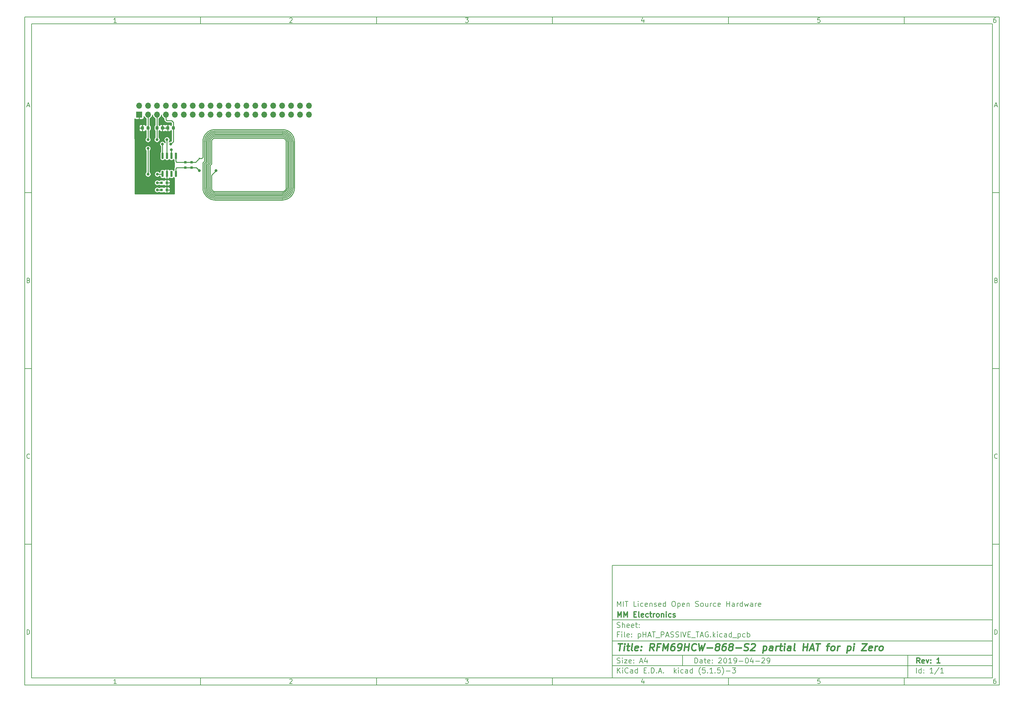
<source format=gbr>
%TF.GenerationSoftware,KiCad,Pcbnew,(5.1.5)-3*%
%TF.CreationDate,2021-10-20T10:58:06+01:00*%
%TF.ProjectId,pHAT_PASSIVE_TAG,70484154-5f50-4415-9353-4956455f5441,1*%
%TF.SameCoordinates,Original*%
%TF.FileFunction,Copper,L1,Top*%
%TF.FilePolarity,Positive*%
%FSLAX46Y46*%
G04 Gerber Fmt 4.6, Leading zero omitted, Abs format (unit mm)*
G04 Created by KiCad (PCBNEW (5.1.5)-3) date 2021-10-20 10:58:06*
%MOMM*%
%LPD*%
G04 APERTURE LIST*
%ADD10C,0.100000*%
%ADD11C,0.150000*%
%ADD12C,0.300000*%
%ADD13C,0.400000*%
%TA.AperFunction,EtchedComponent*%
%ADD14C,0.249940*%
%TD*%
%TA.AperFunction,BGAPad,CuDef*%
%ADD15C,0.450000*%
%TD*%
%TA.AperFunction,ComponentPad*%
%ADD16C,0.800000*%
%TD*%
%TA.AperFunction,ComponentPad*%
%ADD17O,1.700000X1.700000*%
%TD*%
%TA.AperFunction,ComponentPad*%
%ADD18R,1.700000X1.700000*%
%TD*%
%TA.AperFunction,SMDPad,CuDef*%
%ADD19C,0.100000*%
%TD*%
%TA.AperFunction,SMDPad,CuDef*%
%ADD20R,0.750000X0.800000*%
%TD*%
%TA.AperFunction,SMDPad,CuDef*%
%ADD21R,0.800000X0.750000*%
%TD*%
%TA.AperFunction,ViaPad*%
%ADD22C,0.800000*%
%TD*%
%TA.AperFunction,Conductor*%
%ADD23C,0.250000*%
%TD*%
%TA.AperFunction,Conductor*%
%ADD24C,0.254000*%
%TD*%
G04 APERTURE END LIST*
D10*
D11*
X177002200Y-166007200D02*
X177002200Y-198007200D01*
X285002200Y-198007200D01*
X285002200Y-166007200D01*
X177002200Y-166007200D01*
D10*
D11*
X10000000Y-10000000D02*
X10000000Y-200007200D01*
X287002200Y-200007200D01*
X287002200Y-10000000D01*
X10000000Y-10000000D01*
D10*
D11*
X12000000Y-12000000D02*
X12000000Y-198007200D01*
X285002200Y-198007200D01*
X285002200Y-12000000D01*
X12000000Y-12000000D01*
D10*
D11*
X60000000Y-12000000D02*
X60000000Y-10000000D01*
D10*
D11*
X110000000Y-12000000D02*
X110000000Y-10000000D01*
D10*
D11*
X160000000Y-12000000D02*
X160000000Y-10000000D01*
D10*
D11*
X210000000Y-12000000D02*
X210000000Y-10000000D01*
D10*
D11*
X260000000Y-12000000D02*
X260000000Y-10000000D01*
D10*
D11*
X36065476Y-11588095D02*
X35322619Y-11588095D01*
X35694047Y-11588095D02*
X35694047Y-10288095D01*
X35570238Y-10473809D01*
X35446428Y-10597619D01*
X35322619Y-10659523D01*
D10*
D11*
X85322619Y-10411904D02*
X85384523Y-10350000D01*
X85508333Y-10288095D01*
X85817857Y-10288095D01*
X85941666Y-10350000D01*
X86003571Y-10411904D01*
X86065476Y-10535714D01*
X86065476Y-10659523D01*
X86003571Y-10845238D01*
X85260714Y-11588095D01*
X86065476Y-11588095D01*
D10*
D11*
X135260714Y-10288095D02*
X136065476Y-10288095D01*
X135632142Y-10783333D01*
X135817857Y-10783333D01*
X135941666Y-10845238D01*
X136003571Y-10907142D01*
X136065476Y-11030952D01*
X136065476Y-11340476D01*
X136003571Y-11464285D01*
X135941666Y-11526190D01*
X135817857Y-11588095D01*
X135446428Y-11588095D01*
X135322619Y-11526190D01*
X135260714Y-11464285D01*
D10*
D11*
X185941666Y-10721428D02*
X185941666Y-11588095D01*
X185632142Y-10226190D02*
X185322619Y-11154761D01*
X186127380Y-11154761D01*
D10*
D11*
X236003571Y-10288095D02*
X235384523Y-10288095D01*
X235322619Y-10907142D01*
X235384523Y-10845238D01*
X235508333Y-10783333D01*
X235817857Y-10783333D01*
X235941666Y-10845238D01*
X236003571Y-10907142D01*
X236065476Y-11030952D01*
X236065476Y-11340476D01*
X236003571Y-11464285D01*
X235941666Y-11526190D01*
X235817857Y-11588095D01*
X235508333Y-11588095D01*
X235384523Y-11526190D01*
X235322619Y-11464285D01*
D10*
D11*
X285941666Y-10288095D02*
X285694047Y-10288095D01*
X285570238Y-10350000D01*
X285508333Y-10411904D01*
X285384523Y-10597619D01*
X285322619Y-10845238D01*
X285322619Y-11340476D01*
X285384523Y-11464285D01*
X285446428Y-11526190D01*
X285570238Y-11588095D01*
X285817857Y-11588095D01*
X285941666Y-11526190D01*
X286003571Y-11464285D01*
X286065476Y-11340476D01*
X286065476Y-11030952D01*
X286003571Y-10907142D01*
X285941666Y-10845238D01*
X285817857Y-10783333D01*
X285570238Y-10783333D01*
X285446428Y-10845238D01*
X285384523Y-10907142D01*
X285322619Y-11030952D01*
D10*
D11*
X60000000Y-198007200D02*
X60000000Y-200007200D01*
D10*
D11*
X110000000Y-198007200D02*
X110000000Y-200007200D01*
D10*
D11*
X160000000Y-198007200D02*
X160000000Y-200007200D01*
D10*
D11*
X210000000Y-198007200D02*
X210000000Y-200007200D01*
D10*
D11*
X260000000Y-198007200D02*
X260000000Y-200007200D01*
D10*
D11*
X36065476Y-199595295D02*
X35322619Y-199595295D01*
X35694047Y-199595295D02*
X35694047Y-198295295D01*
X35570238Y-198481009D01*
X35446428Y-198604819D01*
X35322619Y-198666723D01*
D10*
D11*
X85322619Y-198419104D02*
X85384523Y-198357200D01*
X85508333Y-198295295D01*
X85817857Y-198295295D01*
X85941666Y-198357200D01*
X86003571Y-198419104D01*
X86065476Y-198542914D01*
X86065476Y-198666723D01*
X86003571Y-198852438D01*
X85260714Y-199595295D01*
X86065476Y-199595295D01*
D10*
D11*
X135260714Y-198295295D02*
X136065476Y-198295295D01*
X135632142Y-198790533D01*
X135817857Y-198790533D01*
X135941666Y-198852438D01*
X136003571Y-198914342D01*
X136065476Y-199038152D01*
X136065476Y-199347676D01*
X136003571Y-199471485D01*
X135941666Y-199533390D01*
X135817857Y-199595295D01*
X135446428Y-199595295D01*
X135322619Y-199533390D01*
X135260714Y-199471485D01*
D10*
D11*
X185941666Y-198728628D02*
X185941666Y-199595295D01*
X185632142Y-198233390D02*
X185322619Y-199161961D01*
X186127380Y-199161961D01*
D10*
D11*
X236003571Y-198295295D02*
X235384523Y-198295295D01*
X235322619Y-198914342D01*
X235384523Y-198852438D01*
X235508333Y-198790533D01*
X235817857Y-198790533D01*
X235941666Y-198852438D01*
X236003571Y-198914342D01*
X236065476Y-199038152D01*
X236065476Y-199347676D01*
X236003571Y-199471485D01*
X235941666Y-199533390D01*
X235817857Y-199595295D01*
X235508333Y-199595295D01*
X235384523Y-199533390D01*
X235322619Y-199471485D01*
D10*
D11*
X285941666Y-198295295D02*
X285694047Y-198295295D01*
X285570238Y-198357200D01*
X285508333Y-198419104D01*
X285384523Y-198604819D01*
X285322619Y-198852438D01*
X285322619Y-199347676D01*
X285384523Y-199471485D01*
X285446428Y-199533390D01*
X285570238Y-199595295D01*
X285817857Y-199595295D01*
X285941666Y-199533390D01*
X286003571Y-199471485D01*
X286065476Y-199347676D01*
X286065476Y-199038152D01*
X286003571Y-198914342D01*
X285941666Y-198852438D01*
X285817857Y-198790533D01*
X285570238Y-198790533D01*
X285446428Y-198852438D01*
X285384523Y-198914342D01*
X285322619Y-199038152D01*
D10*
D11*
X10000000Y-60000000D02*
X12000000Y-60000000D01*
D10*
D11*
X10000000Y-110000000D02*
X12000000Y-110000000D01*
D10*
D11*
X10000000Y-160000000D02*
X12000000Y-160000000D01*
D10*
D11*
X10690476Y-35216666D02*
X11309523Y-35216666D01*
X10566666Y-35588095D02*
X11000000Y-34288095D01*
X11433333Y-35588095D01*
D10*
D11*
X11092857Y-84907142D02*
X11278571Y-84969047D01*
X11340476Y-85030952D01*
X11402380Y-85154761D01*
X11402380Y-85340476D01*
X11340476Y-85464285D01*
X11278571Y-85526190D01*
X11154761Y-85588095D01*
X10659523Y-85588095D01*
X10659523Y-84288095D01*
X11092857Y-84288095D01*
X11216666Y-84350000D01*
X11278571Y-84411904D01*
X11340476Y-84535714D01*
X11340476Y-84659523D01*
X11278571Y-84783333D01*
X11216666Y-84845238D01*
X11092857Y-84907142D01*
X10659523Y-84907142D01*
D10*
D11*
X11402380Y-135464285D02*
X11340476Y-135526190D01*
X11154761Y-135588095D01*
X11030952Y-135588095D01*
X10845238Y-135526190D01*
X10721428Y-135402380D01*
X10659523Y-135278571D01*
X10597619Y-135030952D01*
X10597619Y-134845238D01*
X10659523Y-134597619D01*
X10721428Y-134473809D01*
X10845238Y-134350000D01*
X11030952Y-134288095D01*
X11154761Y-134288095D01*
X11340476Y-134350000D01*
X11402380Y-134411904D01*
D10*
D11*
X10659523Y-185588095D02*
X10659523Y-184288095D01*
X10969047Y-184288095D01*
X11154761Y-184350000D01*
X11278571Y-184473809D01*
X11340476Y-184597619D01*
X11402380Y-184845238D01*
X11402380Y-185030952D01*
X11340476Y-185278571D01*
X11278571Y-185402380D01*
X11154761Y-185526190D01*
X10969047Y-185588095D01*
X10659523Y-185588095D01*
D10*
D11*
X287002200Y-60000000D02*
X285002200Y-60000000D01*
D10*
D11*
X287002200Y-110000000D02*
X285002200Y-110000000D01*
D10*
D11*
X287002200Y-160000000D02*
X285002200Y-160000000D01*
D10*
D11*
X285692676Y-35216666D02*
X286311723Y-35216666D01*
X285568866Y-35588095D02*
X286002200Y-34288095D01*
X286435533Y-35588095D01*
D10*
D11*
X286095057Y-84907142D02*
X286280771Y-84969047D01*
X286342676Y-85030952D01*
X286404580Y-85154761D01*
X286404580Y-85340476D01*
X286342676Y-85464285D01*
X286280771Y-85526190D01*
X286156961Y-85588095D01*
X285661723Y-85588095D01*
X285661723Y-84288095D01*
X286095057Y-84288095D01*
X286218866Y-84350000D01*
X286280771Y-84411904D01*
X286342676Y-84535714D01*
X286342676Y-84659523D01*
X286280771Y-84783333D01*
X286218866Y-84845238D01*
X286095057Y-84907142D01*
X285661723Y-84907142D01*
D10*
D11*
X286404580Y-135464285D02*
X286342676Y-135526190D01*
X286156961Y-135588095D01*
X286033152Y-135588095D01*
X285847438Y-135526190D01*
X285723628Y-135402380D01*
X285661723Y-135278571D01*
X285599819Y-135030952D01*
X285599819Y-134845238D01*
X285661723Y-134597619D01*
X285723628Y-134473809D01*
X285847438Y-134350000D01*
X286033152Y-134288095D01*
X286156961Y-134288095D01*
X286342676Y-134350000D01*
X286404580Y-134411904D01*
D10*
D11*
X285661723Y-185588095D02*
X285661723Y-184288095D01*
X285971247Y-184288095D01*
X286156961Y-184350000D01*
X286280771Y-184473809D01*
X286342676Y-184597619D01*
X286404580Y-184845238D01*
X286404580Y-185030952D01*
X286342676Y-185278571D01*
X286280771Y-185402380D01*
X286156961Y-185526190D01*
X285971247Y-185588095D01*
X285661723Y-185588095D01*
D10*
D11*
X200434342Y-193785771D02*
X200434342Y-192285771D01*
X200791485Y-192285771D01*
X201005771Y-192357200D01*
X201148628Y-192500057D01*
X201220057Y-192642914D01*
X201291485Y-192928628D01*
X201291485Y-193142914D01*
X201220057Y-193428628D01*
X201148628Y-193571485D01*
X201005771Y-193714342D01*
X200791485Y-193785771D01*
X200434342Y-193785771D01*
X202577200Y-193785771D02*
X202577200Y-193000057D01*
X202505771Y-192857200D01*
X202362914Y-192785771D01*
X202077200Y-192785771D01*
X201934342Y-192857200D01*
X202577200Y-193714342D02*
X202434342Y-193785771D01*
X202077200Y-193785771D01*
X201934342Y-193714342D01*
X201862914Y-193571485D01*
X201862914Y-193428628D01*
X201934342Y-193285771D01*
X202077200Y-193214342D01*
X202434342Y-193214342D01*
X202577200Y-193142914D01*
X203077200Y-192785771D02*
X203648628Y-192785771D01*
X203291485Y-192285771D02*
X203291485Y-193571485D01*
X203362914Y-193714342D01*
X203505771Y-193785771D01*
X203648628Y-193785771D01*
X204720057Y-193714342D02*
X204577200Y-193785771D01*
X204291485Y-193785771D01*
X204148628Y-193714342D01*
X204077200Y-193571485D01*
X204077200Y-193000057D01*
X204148628Y-192857200D01*
X204291485Y-192785771D01*
X204577200Y-192785771D01*
X204720057Y-192857200D01*
X204791485Y-193000057D01*
X204791485Y-193142914D01*
X204077200Y-193285771D01*
X205434342Y-193642914D02*
X205505771Y-193714342D01*
X205434342Y-193785771D01*
X205362914Y-193714342D01*
X205434342Y-193642914D01*
X205434342Y-193785771D01*
X205434342Y-192857200D02*
X205505771Y-192928628D01*
X205434342Y-193000057D01*
X205362914Y-192928628D01*
X205434342Y-192857200D01*
X205434342Y-193000057D01*
X207220057Y-192428628D02*
X207291485Y-192357200D01*
X207434342Y-192285771D01*
X207791485Y-192285771D01*
X207934342Y-192357200D01*
X208005771Y-192428628D01*
X208077200Y-192571485D01*
X208077200Y-192714342D01*
X208005771Y-192928628D01*
X207148628Y-193785771D01*
X208077200Y-193785771D01*
X209005771Y-192285771D02*
X209148628Y-192285771D01*
X209291485Y-192357200D01*
X209362914Y-192428628D01*
X209434342Y-192571485D01*
X209505771Y-192857200D01*
X209505771Y-193214342D01*
X209434342Y-193500057D01*
X209362914Y-193642914D01*
X209291485Y-193714342D01*
X209148628Y-193785771D01*
X209005771Y-193785771D01*
X208862914Y-193714342D01*
X208791485Y-193642914D01*
X208720057Y-193500057D01*
X208648628Y-193214342D01*
X208648628Y-192857200D01*
X208720057Y-192571485D01*
X208791485Y-192428628D01*
X208862914Y-192357200D01*
X209005771Y-192285771D01*
X210934342Y-193785771D02*
X210077200Y-193785771D01*
X210505771Y-193785771D02*
X210505771Y-192285771D01*
X210362914Y-192500057D01*
X210220057Y-192642914D01*
X210077200Y-192714342D01*
X211648628Y-193785771D02*
X211934342Y-193785771D01*
X212077200Y-193714342D01*
X212148628Y-193642914D01*
X212291485Y-193428628D01*
X212362914Y-193142914D01*
X212362914Y-192571485D01*
X212291485Y-192428628D01*
X212220057Y-192357200D01*
X212077200Y-192285771D01*
X211791485Y-192285771D01*
X211648628Y-192357200D01*
X211577200Y-192428628D01*
X211505771Y-192571485D01*
X211505771Y-192928628D01*
X211577200Y-193071485D01*
X211648628Y-193142914D01*
X211791485Y-193214342D01*
X212077200Y-193214342D01*
X212220057Y-193142914D01*
X212291485Y-193071485D01*
X212362914Y-192928628D01*
X213005771Y-193214342D02*
X214148628Y-193214342D01*
X215148628Y-192285771D02*
X215291485Y-192285771D01*
X215434342Y-192357200D01*
X215505771Y-192428628D01*
X215577200Y-192571485D01*
X215648628Y-192857200D01*
X215648628Y-193214342D01*
X215577200Y-193500057D01*
X215505771Y-193642914D01*
X215434342Y-193714342D01*
X215291485Y-193785771D01*
X215148628Y-193785771D01*
X215005771Y-193714342D01*
X214934342Y-193642914D01*
X214862914Y-193500057D01*
X214791485Y-193214342D01*
X214791485Y-192857200D01*
X214862914Y-192571485D01*
X214934342Y-192428628D01*
X215005771Y-192357200D01*
X215148628Y-192285771D01*
X216934342Y-192785771D02*
X216934342Y-193785771D01*
X216577200Y-192214342D02*
X216220057Y-193285771D01*
X217148628Y-193285771D01*
X217720057Y-193214342D02*
X218862914Y-193214342D01*
X219505771Y-192428628D02*
X219577200Y-192357200D01*
X219720057Y-192285771D01*
X220077200Y-192285771D01*
X220220057Y-192357200D01*
X220291485Y-192428628D01*
X220362914Y-192571485D01*
X220362914Y-192714342D01*
X220291485Y-192928628D01*
X219434342Y-193785771D01*
X220362914Y-193785771D01*
X221077200Y-193785771D02*
X221362914Y-193785771D01*
X221505771Y-193714342D01*
X221577200Y-193642914D01*
X221720057Y-193428628D01*
X221791485Y-193142914D01*
X221791485Y-192571485D01*
X221720057Y-192428628D01*
X221648628Y-192357200D01*
X221505771Y-192285771D01*
X221220057Y-192285771D01*
X221077200Y-192357200D01*
X221005771Y-192428628D01*
X220934342Y-192571485D01*
X220934342Y-192928628D01*
X221005771Y-193071485D01*
X221077200Y-193142914D01*
X221220057Y-193214342D01*
X221505771Y-193214342D01*
X221648628Y-193142914D01*
X221720057Y-193071485D01*
X221791485Y-192928628D01*
D10*
D11*
X177002200Y-194507200D02*
X285002200Y-194507200D01*
D10*
D11*
X178434342Y-196585771D02*
X178434342Y-195085771D01*
X179291485Y-196585771D02*
X178648628Y-195728628D01*
X179291485Y-195085771D02*
X178434342Y-195942914D01*
X179934342Y-196585771D02*
X179934342Y-195585771D01*
X179934342Y-195085771D02*
X179862914Y-195157200D01*
X179934342Y-195228628D01*
X180005771Y-195157200D01*
X179934342Y-195085771D01*
X179934342Y-195228628D01*
X181505771Y-196442914D02*
X181434342Y-196514342D01*
X181220057Y-196585771D01*
X181077200Y-196585771D01*
X180862914Y-196514342D01*
X180720057Y-196371485D01*
X180648628Y-196228628D01*
X180577200Y-195942914D01*
X180577200Y-195728628D01*
X180648628Y-195442914D01*
X180720057Y-195300057D01*
X180862914Y-195157200D01*
X181077200Y-195085771D01*
X181220057Y-195085771D01*
X181434342Y-195157200D01*
X181505771Y-195228628D01*
X182791485Y-196585771D02*
X182791485Y-195800057D01*
X182720057Y-195657200D01*
X182577200Y-195585771D01*
X182291485Y-195585771D01*
X182148628Y-195657200D01*
X182791485Y-196514342D02*
X182648628Y-196585771D01*
X182291485Y-196585771D01*
X182148628Y-196514342D01*
X182077200Y-196371485D01*
X182077200Y-196228628D01*
X182148628Y-196085771D01*
X182291485Y-196014342D01*
X182648628Y-196014342D01*
X182791485Y-195942914D01*
X184148628Y-196585771D02*
X184148628Y-195085771D01*
X184148628Y-196514342D02*
X184005771Y-196585771D01*
X183720057Y-196585771D01*
X183577200Y-196514342D01*
X183505771Y-196442914D01*
X183434342Y-196300057D01*
X183434342Y-195871485D01*
X183505771Y-195728628D01*
X183577200Y-195657200D01*
X183720057Y-195585771D01*
X184005771Y-195585771D01*
X184148628Y-195657200D01*
X186005771Y-195800057D02*
X186505771Y-195800057D01*
X186720057Y-196585771D02*
X186005771Y-196585771D01*
X186005771Y-195085771D01*
X186720057Y-195085771D01*
X187362914Y-196442914D02*
X187434342Y-196514342D01*
X187362914Y-196585771D01*
X187291485Y-196514342D01*
X187362914Y-196442914D01*
X187362914Y-196585771D01*
X188077200Y-196585771D02*
X188077200Y-195085771D01*
X188434342Y-195085771D01*
X188648628Y-195157200D01*
X188791485Y-195300057D01*
X188862914Y-195442914D01*
X188934342Y-195728628D01*
X188934342Y-195942914D01*
X188862914Y-196228628D01*
X188791485Y-196371485D01*
X188648628Y-196514342D01*
X188434342Y-196585771D01*
X188077200Y-196585771D01*
X189577200Y-196442914D02*
X189648628Y-196514342D01*
X189577200Y-196585771D01*
X189505771Y-196514342D01*
X189577200Y-196442914D01*
X189577200Y-196585771D01*
X190220057Y-196157200D02*
X190934342Y-196157200D01*
X190077200Y-196585771D02*
X190577200Y-195085771D01*
X191077200Y-196585771D01*
X191577200Y-196442914D02*
X191648628Y-196514342D01*
X191577200Y-196585771D01*
X191505771Y-196514342D01*
X191577200Y-196442914D01*
X191577200Y-196585771D01*
X194577200Y-196585771D02*
X194577200Y-195085771D01*
X194720057Y-196014342D02*
X195148628Y-196585771D01*
X195148628Y-195585771D02*
X194577200Y-196157200D01*
X195791485Y-196585771D02*
X195791485Y-195585771D01*
X195791485Y-195085771D02*
X195720057Y-195157200D01*
X195791485Y-195228628D01*
X195862914Y-195157200D01*
X195791485Y-195085771D01*
X195791485Y-195228628D01*
X197148628Y-196514342D02*
X197005771Y-196585771D01*
X196720057Y-196585771D01*
X196577200Y-196514342D01*
X196505771Y-196442914D01*
X196434342Y-196300057D01*
X196434342Y-195871485D01*
X196505771Y-195728628D01*
X196577200Y-195657200D01*
X196720057Y-195585771D01*
X197005771Y-195585771D01*
X197148628Y-195657200D01*
X198434342Y-196585771D02*
X198434342Y-195800057D01*
X198362914Y-195657200D01*
X198220057Y-195585771D01*
X197934342Y-195585771D01*
X197791485Y-195657200D01*
X198434342Y-196514342D02*
X198291485Y-196585771D01*
X197934342Y-196585771D01*
X197791485Y-196514342D01*
X197720057Y-196371485D01*
X197720057Y-196228628D01*
X197791485Y-196085771D01*
X197934342Y-196014342D01*
X198291485Y-196014342D01*
X198434342Y-195942914D01*
X199791485Y-196585771D02*
X199791485Y-195085771D01*
X199791485Y-196514342D02*
X199648628Y-196585771D01*
X199362914Y-196585771D01*
X199220057Y-196514342D01*
X199148628Y-196442914D01*
X199077200Y-196300057D01*
X199077200Y-195871485D01*
X199148628Y-195728628D01*
X199220057Y-195657200D01*
X199362914Y-195585771D01*
X199648628Y-195585771D01*
X199791485Y-195657200D01*
X202077200Y-197157200D02*
X202005771Y-197085771D01*
X201862914Y-196871485D01*
X201791485Y-196728628D01*
X201720057Y-196514342D01*
X201648628Y-196157200D01*
X201648628Y-195871485D01*
X201720057Y-195514342D01*
X201791485Y-195300057D01*
X201862914Y-195157200D01*
X202005771Y-194942914D01*
X202077200Y-194871485D01*
X203362914Y-195085771D02*
X202648628Y-195085771D01*
X202577200Y-195800057D01*
X202648628Y-195728628D01*
X202791485Y-195657200D01*
X203148628Y-195657200D01*
X203291485Y-195728628D01*
X203362914Y-195800057D01*
X203434342Y-195942914D01*
X203434342Y-196300057D01*
X203362914Y-196442914D01*
X203291485Y-196514342D01*
X203148628Y-196585771D01*
X202791485Y-196585771D01*
X202648628Y-196514342D01*
X202577200Y-196442914D01*
X204077200Y-196442914D02*
X204148628Y-196514342D01*
X204077200Y-196585771D01*
X204005771Y-196514342D01*
X204077200Y-196442914D01*
X204077200Y-196585771D01*
X205577200Y-196585771D02*
X204720057Y-196585771D01*
X205148628Y-196585771D02*
X205148628Y-195085771D01*
X205005771Y-195300057D01*
X204862914Y-195442914D01*
X204720057Y-195514342D01*
X206220057Y-196442914D02*
X206291485Y-196514342D01*
X206220057Y-196585771D01*
X206148628Y-196514342D01*
X206220057Y-196442914D01*
X206220057Y-196585771D01*
X207648628Y-195085771D02*
X206934342Y-195085771D01*
X206862914Y-195800057D01*
X206934342Y-195728628D01*
X207077200Y-195657200D01*
X207434342Y-195657200D01*
X207577200Y-195728628D01*
X207648628Y-195800057D01*
X207720057Y-195942914D01*
X207720057Y-196300057D01*
X207648628Y-196442914D01*
X207577200Y-196514342D01*
X207434342Y-196585771D01*
X207077200Y-196585771D01*
X206934342Y-196514342D01*
X206862914Y-196442914D01*
X208220057Y-197157200D02*
X208291485Y-197085771D01*
X208434342Y-196871485D01*
X208505771Y-196728628D01*
X208577200Y-196514342D01*
X208648628Y-196157200D01*
X208648628Y-195871485D01*
X208577200Y-195514342D01*
X208505771Y-195300057D01*
X208434342Y-195157200D01*
X208291485Y-194942914D01*
X208220057Y-194871485D01*
X209362914Y-196014342D02*
X210505771Y-196014342D01*
X211077200Y-195085771D02*
X212005771Y-195085771D01*
X211505771Y-195657200D01*
X211720057Y-195657200D01*
X211862914Y-195728628D01*
X211934342Y-195800057D01*
X212005771Y-195942914D01*
X212005771Y-196300057D01*
X211934342Y-196442914D01*
X211862914Y-196514342D01*
X211720057Y-196585771D01*
X211291485Y-196585771D01*
X211148628Y-196514342D01*
X211077200Y-196442914D01*
D10*
D11*
X177002200Y-191507200D02*
X285002200Y-191507200D01*
D10*
D12*
X264411485Y-193785771D02*
X263911485Y-193071485D01*
X263554342Y-193785771D02*
X263554342Y-192285771D01*
X264125771Y-192285771D01*
X264268628Y-192357200D01*
X264340057Y-192428628D01*
X264411485Y-192571485D01*
X264411485Y-192785771D01*
X264340057Y-192928628D01*
X264268628Y-193000057D01*
X264125771Y-193071485D01*
X263554342Y-193071485D01*
X265625771Y-193714342D02*
X265482914Y-193785771D01*
X265197200Y-193785771D01*
X265054342Y-193714342D01*
X264982914Y-193571485D01*
X264982914Y-193000057D01*
X265054342Y-192857200D01*
X265197200Y-192785771D01*
X265482914Y-192785771D01*
X265625771Y-192857200D01*
X265697200Y-193000057D01*
X265697200Y-193142914D01*
X264982914Y-193285771D01*
X266197200Y-192785771D02*
X266554342Y-193785771D01*
X266911485Y-192785771D01*
X267482914Y-193642914D02*
X267554342Y-193714342D01*
X267482914Y-193785771D01*
X267411485Y-193714342D01*
X267482914Y-193642914D01*
X267482914Y-193785771D01*
X267482914Y-192857200D02*
X267554342Y-192928628D01*
X267482914Y-193000057D01*
X267411485Y-192928628D01*
X267482914Y-192857200D01*
X267482914Y-193000057D01*
X270125771Y-193785771D02*
X269268628Y-193785771D01*
X269697200Y-193785771D02*
X269697200Y-192285771D01*
X269554342Y-192500057D01*
X269411485Y-192642914D01*
X269268628Y-192714342D01*
D10*
D11*
X178362914Y-193714342D02*
X178577200Y-193785771D01*
X178934342Y-193785771D01*
X179077200Y-193714342D01*
X179148628Y-193642914D01*
X179220057Y-193500057D01*
X179220057Y-193357200D01*
X179148628Y-193214342D01*
X179077200Y-193142914D01*
X178934342Y-193071485D01*
X178648628Y-193000057D01*
X178505771Y-192928628D01*
X178434342Y-192857200D01*
X178362914Y-192714342D01*
X178362914Y-192571485D01*
X178434342Y-192428628D01*
X178505771Y-192357200D01*
X178648628Y-192285771D01*
X179005771Y-192285771D01*
X179220057Y-192357200D01*
X179862914Y-193785771D02*
X179862914Y-192785771D01*
X179862914Y-192285771D02*
X179791485Y-192357200D01*
X179862914Y-192428628D01*
X179934342Y-192357200D01*
X179862914Y-192285771D01*
X179862914Y-192428628D01*
X180434342Y-192785771D02*
X181220057Y-192785771D01*
X180434342Y-193785771D01*
X181220057Y-193785771D01*
X182362914Y-193714342D02*
X182220057Y-193785771D01*
X181934342Y-193785771D01*
X181791485Y-193714342D01*
X181720057Y-193571485D01*
X181720057Y-193000057D01*
X181791485Y-192857200D01*
X181934342Y-192785771D01*
X182220057Y-192785771D01*
X182362914Y-192857200D01*
X182434342Y-193000057D01*
X182434342Y-193142914D01*
X181720057Y-193285771D01*
X183077200Y-193642914D02*
X183148628Y-193714342D01*
X183077200Y-193785771D01*
X183005771Y-193714342D01*
X183077200Y-193642914D01*
X183077200Y-193785771D01*
X183077200Y-192857200D02*
X183148628Y-192928628D01*
X183077200Y-193000057D01*
X183005771Y-192928628D01*
X183077200Y-192857200D01*
X183077200Y-193000057D01*
X184862914Y-193357200D02*
X185577200Y-193357200D01*
X184720057Y-193785771D02*
X185220057Y-192285771D01*
X185720057Y-193785771D01*
X186862914Y-192785771D02*
X186862914Y-193785771D01*
X186505771Y-192214342D02*
X186148628Y-193285771D01*
X187077200Y-193285771D01*
D10*
D11*
X263434342Y-196585771D02*
X263434342Y-195085771D01*
X264791485Y-196585771D02*
X264791485Y-195085771D01*
X264791485Y-196514342D02*
X264648628Y-196585771D01*
X264362914Y-196585771D01*
X264220057Y-196514342D01*
X264148628Y-196442914D01*
X264077200Y-196300057D01*
X264077200Y-195871485D01*
X264148628Y-195728628D01*
X264220057Y-195657200D01*
X264362914Y-195585771D01*
X264648628Y-195585771D01*
X264791485Y-195657200D01*
X265505771Y-196442914D02*
X265577200Y-196514342D01*
X265505771Y-196585771D01*
X265434342Y-196514342D01*
X265505771Y-196442914D01*
X265505771Y-196585771D01*
X265505771Y-195657200D02*
X265577200Y-195728628D01*
X265505771Y-195800057D01*
X265434342Y-195728628D01*
X265505771Y-195657200D01*
X265505771Y-195800057D01*
X268148628Y-196585771D02*
X267291485Y-196585771D01*
X267720057Y-196585771D02*
X267720057Y-195085771D01*
X267577200Y-195300057D01*
X267434342Y-195442914D01*
X267291485Y-195514342D01*
X269862914Y-195014342D02*
X268577200Y-196942914D01*
X271148628Y-196585771D02*
X270291485Y-196585771D01*
X270720057Y-196585771D02*
X270720057Y-195085771D01*
X270577200Y-195300057D01*
X270434342Y-195442914D01*
X270291485Y-195514342D01*
D10*
D11*
X177002200Y-187507200D02*
X285002200Y-187507200D01*
D10*
D13*
X178714580Y-188211961D02*
X179857438Y-188211961D01*
X179036009Y-190211961D02*
X179286009Y-188211961D01*
X180274104Y-190211961D02*
X180440771Y-188878628D01*
X180524104Y-188211961D02*
X180416961Y-188307200D01*
X180500295Y-188402438D01*
X180607438Y-188307200D01*
X180524104Y-188211961D01*
X180500295Y-188402438D01*
X181107438Y-188878628D02*
X181869342Y-188878628D01*
X181476485Y-188211961D02*
X181262200Y-189926247D01*
X181333628Y-190116723D01*
X181512200Y-190211961D01*
X181702676Y-190211961D01*
X182655057Y-190211961D02*
X182476485Y-190116723D01*
X182405057Y-189926247D01*
X182619342Y-188211961D01*
X184190771Y-190116723D02*
X183988390Y-190211961D01*
X183607438Y-190211961D01*
X183428866Y-190116723D01*
X183357438Y-189926247D01*
X183452676Y-189164342D01*
X183571723Y-188973866D01*
X183774104Y-188878628D01*
X184155057Y-188878628D01*
X184333628Y-188973866D01*
X184405057Y-189164342D01*
X184381247Y-189354819D01*
X183405057Y-189545295D01*
X185155057Y-190021485D02*
X185238390Y-190116723D01*
X185131247Y-190211961D01*
X185047914Y-190116723D01*
X185155057Y-190021485D01*
X185131247Y-190211961D01*
X185286009Y-188973866D02*
X185369342Y-189069104D01*
X185262200Y-189164342D01*
X185178866Y-189069104D01*
X185286009Y-188973866D01*
X185262200Y-189164342D01*
X188750295Y-190211961D02*
X188202676Y-189259580D01*
X187607438Y-190211961D02*
X187857438Y-188211961D01*
X188619342Y-188211961D01*
X188797914Y-188307200D01*
X188881247Y-188402438D01*
X188952676Y-188592914D01*
X188916961Y-188878628D01*
X188797914Y-189069104D01*
X188690771Y-189164342D01*
X188488390Y-189259580D01*
X187726485Y-189259580D01*
X190405057Y-189164342D02*
X189738390Y-189164342D01*
X189607438Y-190211961D02*
X189857438Y-188211961D01*
X190809819Y-188211961D01*
X191321723Y-190211961D02*
X191571723Y-188211961D01*
X192059819Y-189640533D01*
X192905057Y-188211961D01*
X192655057Y-190211961D01*
X194714580Y-188211961D02*
X194333628Y-188211961D01*
X194131247Y-188307200D01*
X194024104Y-188402438D01*
X193797914Y-188688152D01*
X193655057Y-189069104D01*
X193559819Y-189831009D01*
X193631247Y-190021485D01*
X193714580Y-190116723D01*
X193893152Y-190211961D01*
X194274104Y-190211961D01*
X194476485Y-190116723D01*
X194583628Y-190021485D01*
X194702676Y-189831009D01*
X194762200Y-189354819D01*
X194690771Y-189164342D01*
X194607438Y-189069104D01*
X194428866Y-188973866D01*
X194047914Y-188973866D01*
X193845533Y-189069104D01*
X193738390Y-189164342D01*
X193619342Y-189354819D01*
X195607438Y-190211961D02*
X195988390Y-190211961D01*
X196190771Y-190116723D01*
X196297914Y-190021485D01*
X196524104Y-189735771D01*
X196666961Y-189354819D01*
X196762200Y-188592914D01*
X196690771Y-188402438D01*
X196607438Y-188307200D01*
X196428866Y-188211961D01*
X196047914Y-188211961D01*
X195845533Y-188307200D01*
X195738390Y-188402438D01*
X195619342Y-188592914D01*
X195559819Y-189069104D01*
X195631247Y-189259580D01*
X195714580Y-189354819D01*
X195893152Y-189450057D01*
X196274104Y-189450057D01*
X196476485Y-189354819D01*
X196583628Y-189259580D01*
X196702676Y-189069104D01*
X197416961Y-190211961D02*
X197666961Y-188211961D01*
X197547914Y-189164342D02*
X198690771Y-189164342D01*
X198559819Y-190211961D02*
X198809819Y-188211961D01*
X200678866Y-190021485D02*
X200571723Y-190116723D01*
X200274104Y-190211961D01*
X200083628Y-190211961D01*
X199809819Y-190116723D01*
X199643152Y-189926247D01*
X199571723Y-189735771D01*
X199524104Y-189354819D01*
X199559819Y-189069104D01*
X199702676Y-188688152D01*
X199821723Y-188497676D01*
X200036009Y-188307200D01*
X200333628Y-188211961D01*
X200524104Y-188211961D01*
X200797914Y-188307200D01*
X200881247Y-188402438D01*
X201571723Y-188211961D02*
X201797914Y-190211961D01*
X202357438Y-188783390D01*
X202559819Y-190211961D01*
X203286009Y-188211961D01*
X203893152Y-189450057D02*
X205416961Y-189450057D01*
X206702676Y-189069104D02*
X206524104Y-188973866D01*
X206440771Y-188878628D01*
X206369342Y-188688152D01*
X206381247Y-188592914D01*
X206500295Y-188402438D01*
X206607438Y-188307200D01*
X206809819Y-188211961D01*
X207190771Y-188211961D01*
X207369342Y-188307200D01*
X207452676Y-188402438D01*
X207524104Y-188592914D01*
X207512200Y-188688152D01*
X207393152Y-188878628D01*
X207286009Y-188973866D01*
X207083628Y-189069104D01*
X206702676Y-189069104D01*
X206500295Y-189164342D01*
X206393152Y-189259580D01*
X206274104Y-189450057D01*
X206226485Y-189831009D01*
X206297914Y-190021485D01*
X206381247Y-190116723D01*
X206559819Y-190211961D01*
X206940771Y-190211961D01*
X207143152Y-190116723D01*
X207250295Y-190021485D01*
X207369342Y-189831009D01*
X207416961Y-189450057D01*
X207345533Y-189259580D01*
X207262200Y-189164342D01*
X207083628Y-189069104D01*
X209286009Y-188211961D02*
X208905057Y-188211961D01*
X208702676Y-188307200D01*
X208595533Y-188402438D01*
X208369342Y-188688152D01*
X208226485Y-189069104D01*
X208131247Y-189831009D01*
X208202676Y-190021485D01*
X208286009Y-190116723D01*
X208464580Y-190211961D01*
X208845533Y-190211961D01*
X209047914Y-190116723D01*
X209155057Y-190021485D01*
X209274104Y-189831009D01*
X209333628Y-189354819D01*
X209262200Y-189164342D01*
X209178866Y-189069104D01*
X209000295Y-188973866D01*
X208619342Y-188973866D01*
X208416961Y-189069104D01*
X208309819Y-189164342D01*
X208190771Y-189354819D01*
X210512200Y-189069104D02*
X210333628Y-188973866D01*
X210250295Y-188878628D01*
X210178866Y-188688152D01*
X210190771Y-188592914D01*
X210309819Y-188402438D01*
X210416961Y-188307200D01*
X210619342Y-188211961D01*
X211000295Y-188211961D01*
X211178866Y-188307200D01*
X211262200Y-188402438D01*
X211333628Y-188592914D01*
X211321723Y-188688152D01*
X211202676Y-188878628D01*
X211095533Y-188973866D01*
X210893152Y-189069104D01*
X210512200Y-189069104D01*
X210309819Y-189164342D01*
X210202676Y-189259580D01*
X210083628Y-189450057D01*
X210036009Y-189831009D01*
X210107438Y-190021485D01*
X210190771Y-190116723D01*
X210369342Y-190211961D01*
X210750295Y-190211961D01*
X210952676Y-190116723D01*
X211059819Y-190021485D01*
X211178866Y-189831009D01*
X211226485Y-189450057D01*
X211155057Y-189259580D01*
X211071723Y-189164342D01*
X210893152Y-189069104D01*
X212083628Y-189450057D02*
X213607438Y-189450057D01*
X214381247Y-190116723D02*
X214655057Y-190211961D01*
X215131247Y-190211961D01*
X215333628Y-190116723D01*
X215440771Y-190021485D01*
X215559819Y-189831009D01*
X215583628Y-189640533D01*
X215512200Y-189450057D01*
X215428866Y-189354819D01*
X215250295Y-189259580D01*
X214881247Y-189164342D01*
X214702676Y-189069104D01*
X214619342Y-188973866D01*
X214547914Y-188783390D01*
X214571723Y-188592914D01*
X214690771Y-188402438D01*
X214797914Y-188307200D01*
X215000295Y-188211961D01*
X215476485Y-188211961D01*
X215750295Y-188307200D01*
X216500295Y-188402438D02*
X216607438Y-188307200D01*
X216809819Y-188211961D01*
X217286009Y-188211961D01*
X217464580Y-188307200D01*
X217547914Y-188402438D01*
X217619342Y-188592914D01*
X217595533Y-188783390D01*
X217464580Y-189069104D01*
X216178866Y-190211961D01*
X217416961Y-190211961D01*
X219964580Y-188878628D02*
X219714580Y-190878628D01*
X219952676Y-188973866D02*
X220155057Y-188878628D01*
X220536009Y-188878628D01*
X220714580Y-188973866D01*
X220797914Y-189069104D01*
X220869342Y-189259580D01*
X220797914Y-189831009D01*
X220678866Y-190021485D01*
X220571723Y-190116723D01*
X220369342Y-190211961D01*
X219988390Y-190211961D01*
X219809819Y-190116723D01*
X222464580Y-190211961D02*
X222595533Y-189164342D01*
X222524104Y-188973866D01*
X222345533Y-188878628D01*
X221964580Y-188878628D01*
X221762200Y-188973866D01*
X222476485Y-190116723D02*
X222274104Y-190211961D01*
X221797914Y-190211961D01*
X221619342Y-190116723D01*
X221547914Y-189926247D01*
X221571723Y-189735771D01*
X221690771Y-189545295D01*
X221893152Y-189450057D01*
X222369342Y-189450057D01*
X222571723Y-189354819D01*
X223416961Y-190211961D02*
X223583628Y-188878628D01*
X223536009Y-189259580D02*
X223655057Y-189069104D01*
X223762199Y-188973866D01*
X223964580Y-188878628D01*
X224155057Y-188878628D01*
X224536009Y-188878628D02*
X225297914Y-188878628D01*
X224905057Y-188211961D02*
X224690771Y-189926247D01*
X224762200Y-190116723D01*
X224940771Y-190211961D01*
X225131247Y-190211961D01*
X225797914Y-190211961D02*
X225964580Y-188878628D01*
X226047914Y-188211961D02*
X225940771Y-188307200D01*
X226024104Y-188402438D01*
X226131247Y-188307200D01*
X226047914Y-188211961D01*
X226024104Y-188402438D01*
X227607438Y-190211961D02*
X227738390Y-189164342D01*
X227666961Y-188973866D01*
X227488390Y-188878628D01*
X227107438Y-188878628D01*
X226905057Y-188973866D01*
X227619342Y-190116723D02*
X227416961Y-190211961D01*
X226940771Y-190211961D01*
X226762200Y-190116723D01*
X226690771Y-189926247D01*
X226714580Y-189735771D01*
X226833628Y-189545295D01*
X227036009Y-189450057D01*
X227512200Y-189450057D01*
X227714580Y-189354819D01*
X228845533Y-190211961D02*
X228666961Y-190116723D01*
X228595533Y-189926247D01*
X228809819Y-188211961D01*
X231131247Y-190211961D02*
X231381247Y-188211961D01*
X231262199Y-189164342D02*
X232405057Y-189164342D01*
X232274104Y-190211961D02*
X232524104Y-188211961D01*
X233202676Y-189640533D02*
X234155057Y-189640533D01*
X232940771Y-190211961D02*
X233857438Y-188211961D01*
X234274104Y-190211961D01*
X234905057Y-188211961D02*
X236047914Y-188211961D01*
X235226485Y-190211961D02*
X235476485Y-188211961D01*
X237869342Y-188878628D02*
X238631247Y-188878628D01*
X237988390Y-190211961D02*
X238202676Y-188497676D01*
X238321723Y-188307200D01*
X238524104Y-188211961D01*
X238714580Y-188211961D01*
X239416961Y-190211961D02*
X239238390Y-190116723D01*
X239155057Y-190021485D01*
X239083628Y-189831009D01*
X239155057Y-189259580D01*
X239274104Y-189069104D01*
X239381247Y-188973866D01*
X239583628Y-188878628D01*
X239869342Y-188878628D01*
X240047914Y-188973866D01*
X240131247Y-189069104D01*
X240202676Y-189259580D01*
X240131247Y-189831009D01*
X240012199Y-190021485D01*
X239905057Y-190116723D01*
X239702676Y-190211961D01*
X239416961Y-190211961D01*
X240940771Y-190211961D02*
X241107438Y-188878628D01*
X241059819Y-189259580D02*
X241178866Y-189069104D01*
X241286009Y-188973866D01*
X241488390Y-188878628D01*
X241678866Y-188878628D01*
X243869342Y-188878628D02*
X243619342Y-190878628D01*
X243857438Y-188973866D02*
X244059819Y-188878628D01*
X244440771Y-188878628D01*
X244619342Y-188973866D01*
X244702676Y-189069104D01*
X244774104Y-189259580D01*
X244702676Y-189831009D01*
X244583628Y-190021485D01*
X244476485Y-190116723D01*
X244274104Y-190211961D01*
X243893152Y-190211961D01*
X243714580Y-190116723D01*
X245512199Y-190211961D02*
X245678866Y-188878628D01*
X245762199Y-188211961D02*
X245655057Y-188307200D01*
X245738390Y-188402438D01*
X245845533Y-188307200D01*
X245762199Y-188211961D01*
X245738390Y-188402438D01*
X248047914Y-188211961D02*
X249381247Y-188211961D01*
X247797914Y-190211961D01*
X249131247Y-190211961D01*
X250666961Y-190116723D02*
X250464580Y-190211961D01*
X250083628Y-190211961D01*
X249905057Y-190116723D01*
X249833628Y-189926247D01*
X249928866Y-189164342D01*
X250047914Y-188973866D01*
X250250295Y-188878628D01*
X250631247Y-188878628D01*
X250809819Y-188973866D01*
X250881247Y-189164342D01*
X250857438Y-189354819D01*
X249881247Y-189545295D01*
X251607438Y-190211961D02*
X251774104Y-188878628D01*
X251726485Y-189259580D02*
X251845533Y-189069104D01*
X251952676Y-188973866D01*
X252155057Y-188878628D01*
X252345533Y-188878628D01*
X253131247Y-190211961D02*
X252952676Y-190116723D01*
X252869342Y-190021485D01*
X252797914Y-189831009D01*
X252869342Y-189259580D01*
X252988390Y-189069104D01*
X253095533Y-188973866D01*
X253297914Y-188878628D01*
X253583628Y-188878628D01*
X253762200Y-188973866D01*
X253845533Y-189069104D01*
X253916961Y-189259580D01*
X253845533Y-189831009D01*
X253726485Y-190021485D01*
X253619342Y-190116723D01*
X253416961Y-190211961D01*
X253131247Y-190211961D01*
D10*
D11*
X178934342Y-185600057D02*
X178434342Y-185600057D01*
X178434342Y-186385771D02*
X178434342Y-184885771D01*
X179148628Y-184885771D01*
X179720057Y-186385771D02*
X179720057Y-185385771D01*
X179720057Y-184885771D02*
X179648628Y-184957200D01*
X179720057Y-185028628D01*
X179791485Y-184957200D01*
X179720057Y-184885771D01*
X179720057Y-185028628D01*
X180648628Y-186385771D02*
X180505771Y-186314342D01*
X180434342Y-186171485D01*
X180434342Y-184885771D01*
X181791485Y-186314342D02*
X181648628Y-186385771D01*
X181362914Y-186385771D01*
X181220057Y-186314342D01*
X181148628Y-186171485D01*
X181148628Y-185600057D01*
X181220057Y-185457200D01*
X181362914Y-185385771D01*
X181648628Y-185385771D01*
X181791485Y-185457200D01*
X181862914Y-185600057D01*
X181862914Y-185742914D01*
X181148628Y-185885771D01*
X182505771Y-186242914D02*
X182577200Y-186314342D01*
X182505771Y-186385771D01*
X182434342Y-186314342D01*
X182505771Y-186242914D01*
X182505771Y-186385771D01*
X182505771Y-185457200D02*
X182577200Y-185528628D01*
X182505771Y-185600057D01*
X182434342Y-185528628D01*
X182505771Y-185457200D01*
X182505771Y-185600057D01*
X184362914Y-185385771D02*
X184362914Y-186885771D01*
X184362914Y-185457200D02*
X184505771Y-185385771D01*
X184791485Y-185385771D01*
X184934342Y-185457200D01*
X185005771Y-185528628D01*
X185077200Y-185671485D01*
X185077200Y-186100057D01*
X185005771Y-186242914D01*
X184934342Y-186314342D01*
X184791485Y-186385771D01*
X184505771Y-186385771D01*
X184362914Y-186314342D01*
X185720057Y-186385771D02*
X185720057Y-184885771D01*
X185720057Y-185600057D02*
X186577200Y-185600057D01*
X186577200Y-186385771D02*
X186577200Y-184885771D01*
X187220057Y-185957200D02*
X187934342Y-185957200D01*
X187077200Y-186385771D02*
X187577200Y-184885771D01*
X188077200Y-186385771D01*
X188362914Y-184885771D02*
X189220057Y-184885771D01*
X188791485Y-186385771D02*
X188791485Y-184885771D01*
X189362914Y-186528628D02*
X190505771Y-186528628D01*
X190862914Y-186385771D02*
X190862914Y-184885771D01*
X191434342Y-184885771D01*
X191577200Y-184957200D01*
X191648628Y-185028628D01*
X191720057Y-185171485D01*
X191720057Y-185385771D01*
X191648628Y-185528628D01*
X191577200Y-185600057D01*
X191434342Y-185671485D01*
X190862914Y-185671485D01*
X192291485Y-185957200D02*
X193005771Y-185957200D01*
X192148628Y-186385771D02*
X192648628Y-184885771D01*
X193148628Y-186385771D01*
X193577200Y-186314342D02*
X193791485Y-186385771D01*
X194148628Y-186385771D01*
X194291485Y-186314342D01*
X194362914Y-186242914D01*
X194434342Y-186100057D01*
X194434342Y-185957200D01*
X194362914Y-185814342D01*
X194291485Y-185742914D01*
X194148628Y-185671485D01*
X193862914Y-185600057D01*
X193720057Y-185528628D01*
X193648628Y-185457200D01*
X193577200Y-185314342D01*
X193577200Y-185171485D01*
X193648628Y-185028628D01*
X193720057Y-184957200D01*
X193862914Y-184885771D01*
X194220057Y-184885771D01*
X194434342Y-184957200D01*
X195005771Y-186314342D02*
X195220057Y-186385771D01*
X195577200Y-186385771D01*
X195720057Y-186314342D01*
X195791485Y-186242914D01*
X195862914Y-186100057D01*
X195862914Y-185957200D01*
X195791485Y-185814342D01*
X195720057Y-185742914D01*
X195577200Y-185671485D01*
X195291485Y-185600057D01*
X195148628Y-185528628D01*
X195077200Y-185457200D01*
X195005771Y-185314342D01*
X195005771Y-185171485D01*
X195077200Y-185028628D01*
X195148628Y-184957200D01*
X195291485Y-184885771D01*
X195648628Y-184885771D01*
X195862914Y-184957200D01*
X196505771Y-186385771D02*
X196505771Y-184885771D01*
X197005771Y-184885771D02*
X197505771Y-186385771D01*
X198005771Y-184885771D01*
X198505771Y-185600057D02*
X199005771Y-185600057D01*
X199220057Y-186385771D02*
X198505771Y-186385771D01*
X198505771Y-184885771D01*
X199220057Y-184885771D01*
X199505771Y-186528628D02*
X200648628Y-186528628D01*
X200791485Y-184885771D02*
X201648628Y-184885771D01*
X201220057Y-186385771D02*
X201220057Y-184885771D01*
X202077200Y-185957200D02*
X202791485Y-185957200D01*
X201934342Y-186385771D02*
X202434342Y-184885771D01*
X202934342Y-186385771D01*
X204220057Y-184957200D02*
X204077200Y-184885771D01*
X203862914Y-184885771D01*
X203648628Y-184957200D01*
X203505771Y-185100057D01*
X203434342Y-185242914D01*
X203362914Y-185528628D01*
X203362914Y-185742914D01*
X203434342Y-186028628D01*
X203505771Y-186171485D01*
X203648628Y-186314342D01*
X203862914Y-186385771D01*
X204005771Y-186385771D01*
X204220057Y-186314342D01*
X204291485Y-186242914D01*
X204291485Y-185742914D01*
X204005771Y-185742914D01*
X204934342Y-186242914D02*
X205005771Y-186314342D01*
X204934342Y-186385771D01*
X204862914Y-186314342D01*
X204934342Y-186242914D01*
X204934342Y-186385771D01*
X205648628Y-186385771D02*
X205648628Y-184885771D01*
X205791485Y-185814342D02*
X206220057Y-186385771D01*
X206220057Y-185385771D02*
X205648628Y-185957200D01*
X206862914Y-186385771D02*
X206862914Y-185385771D01*
X206862914Y-184885771D02*
X206791485Y-184957200D01*
X206862914Y-185028628D01*
X206934342Y-184957200D01*
X206862914Y-184885771D01*
X206862914Y-185028628D01*
X208220057Y-186314342D02*
X208077200Y-186385771D01*
X207791485Y-186385771D01*
X207648628Y-186314342D01*
X207577200Y-186242914D01*
X207505771Y-186100057D01*
X207505771Y-185671485D01*
X207577200Y-185528628D01*
X207648628Y-185457200D01*
X207791485Y-185385771D01*
X208077200Y-185385771D01*
X208220057Y-185457200D01*
X209505771Y-186385771D02*
X209505771Y-185600057D01*
X209434342Y-185457200D01*
X209291485Y-185385771D01*
X209005771Y-185385771D01*
X208862914Y-185457200D01*
X209505771Y-186314342D02*
X209362914Y-186385771D01*
X209005771Y-186385771D01*
X208862914Y-186314342D01*
X208791485Y-186171485D01*
X208791485Y-186028628D01*
X208862914Y-185885771D01*
X209005771Y-185814342D01*
X209362914Y-185814342D01*
X209505771Y-185742914D01*
X210862914Y-186385771D02*
X210862914Y-184885771D01*
X210862914Y-186314342D02*
X210720057Y-186385771D01*
X210434342Y-186385771D01*
X210291485Y-186314342D01*
X210220057Y-186242914D01*
X210148628Y-186100057D01*
X210148628Y-185671485D01*
X210220057Y-185528628D01*
X210291485Y-185457200D01*
X210434342Y-185385771D01*
X210720057Y-185385771D01*
X210862914Y-185457200D01*
X211220057Y-186528628D02*
X212362914Y-186528628D01*
X212720057Y-185385771D02*
X212720057Y-186885771D01*
X212720057Y-185457200D02*
X212862914Y-185385771D01*
X213148628Y-185385771D01*
X213291485Y-185457200D01*
X213362914Y-185528628D01*
X213434342Y-185671485D01*
X213434342Y-186100057D01*
X213362914Y-186242914D01*
X213291485Y-186314342D01*
X213148628Y-186385771D01*
X212862914Y-186385771D01*
X212720057Y-186314342D01*
X214720057Y-186314342D02*
X214577200Y-186385771D01*
X214291485Y-186385771D01*
X214148628Y-186314342D01*
X214077200Y-186242914D01*
X214005771Y-186100057D01*
X214005771Y-185671485D01*
X214077200Y-185528628D01*
X214148628Y-185457200D01*
X214291485Y-185385771D01*
X214577200Y-185385771D01*
X214720057Y-185457200D01*
X215362914Y-186385771D02*
X215362914Y-184885771D01*
X215362914Y-185457200D02*
X215505771Y-185385771D01*
X215791485Y-185385771D01*
X215934342Y-185457200D01*
X216005771Y-185528628D01*
X216077200Y-185671485D01*
X216077200Y-186100057D01*
X216005771Y-186242914D01*
X215934342Y-186314342D01*
X215791485Y-186385771D01*
X215505771Y-186385771D01*
X215362914Y-186314342D01*
D10*
D11*
X177002200Y-181507200D02*
X285002200Y-181507200D01*
D10*
D11*
X178362914Y-183614342D02*
X178577200Y-183685771D01*
X178934342Y-183685771D01*
X179077200Y-183614342D01*
X179148628Y-183542914D01*
X179220057Y-183400057D01*
X179220057Y-183257200D01*
X179148628Y-183114342D01*
X179077200Y-183042914D01*
X178934342Y-182971485D01*
X178648628Y-182900057D01*
X178505771Y-182828628D01*
X178434342Y-182757200D01*
X178362914Y-182614342D01*
X178362914Y-182471485D01*
X178434342Y-182328628D01*
X178505771Y-182257200D01*
X178648628Y-182185771D01*
X179005771Y-182185771D01*
X179220057Y-182257200D01*
X179862914Y-183685771D02*
X179862914Y-182185771D01*
X180505771Y-183685771D02*
X180505771Y-182900057D01*
X180434342Y-182757200D01*
X180291485Y-182685771D01*
X180077200Y-182685771D01*
X179934342Y-182757200D01*
X179862914Y-182828628D01*
X181791485Y-183614342D02*
X181648628Y-183685771D01*
X181362914Y-183685771D01*
X181220057Y-183614342D01*
X181148628Y-183471485D01*
X181148628Y-182900057D01*
X181220057Y-182757200D01*
X181362914Y-182685771D01*
X181648628Y-182685771D01*
X181791485Y-182757200D01*
X181862914Y-182900057D01*
X181862914Y-183042914D01*
X181148628Y-183185771D01*
X183077200Y-183614342D02*
X182934342Y-183685771D01*
X182648628Y-183685771D01*
X182505771Y-183614342D01*
X182434342Y-183471485D01*
X182434342Y-182900057D01*
X182505771Y-182757200D01*
X182648628Y-182685771D01*
X182934342Y-182685771D01*
X183077200Y-182757200D01*
X183148628Y-182900057D01*
X183148628Y-183042914D01*
X182434342Y-183185771D01*
X183577200Y-182685771D02*
X184148628Y-182685771D01*
X183791485Y-182185771D02*
X183791485Y-183471485D01*
X183862914Y-183614342D01*
X184005771Y-183685771D01*
X184148628Y-183685771D01*
X184648628Y-183542914D02*
X184720057Y-183614342D01*
X184648628Y-183685771D01*
X184577200Y-183614342D01*
X184648628Y-183542914D01*
X184648628Y-183685771D01*
X184648628Y-182757200D02*
X184720057Y-182828628D01*
X184648628Y-182900057D01*
X184577200Y-182828628D01*
X184648628Y-182757200D01*
X184648628Y-182900057D01*
D10*
D12*
X178554342Y-180685771D02*
X178554342Y-179185771D01*
X179054342Y-180257200D01*
X179554342Y-179185771D01*
X179554342Y-180685771D01*
X180268628Y-180685771D02*
X180268628Y-179185771D01*
X180768628Y-180257200D01*
X181268628Y-179185771D01*
X181268628Y-180685771D01*
X183125771Y-179900057D02*
X183625771Y-179900057D01*
X183840057Y-180685771D02*
X183125771Y-180685771D01*
X183125771Y-179185771D01*
X183840057Y-179185771D01*
X184697200Y-180685771D02*
X184554342Y-180614342D01*
X184482914Y-180471485D01*
X184482914Y-179185771D01*
X185840057Y-180614342D02*
X185697200Y-180685771D01*
X185411485Y-180685771D01*
X185268628Y-180614342D01*
X185197200Y-180471485D01*
X185197200Y-179900057D01*
X185268628Y-179757200D01*
X185411485Y-179685771D01*
X185697200Y-179685771D01*
X185840057Y-179757200D01*
X185911485Y-179900057D01*
X185911485Y-180042914D01*
X185197200Y-180185771D01*
X187197200Y-180614342D02*
X187054342Y-180685771D01*
X186768628Y-180685771D01*
X186625771Y-180614342D01*
X186554342Y-180542914D01*
X186482914Y-180400057D01*
X186482914Y-179971485D01*
X186554342Y-179828628D01*
X186625771Y-179757200D01*
X186768628Y-179685771D01*
X187054342Y-179685771D01*
X187197200Y-179757200D01*
X187625771Y-179685771D02*
X188197200Y-179685771D01*
X187840057Y-179185771D02*
X187840057Y-180471485D01*
X187911485Y-180614342D01*
X188054342Y-180685771D01*
X188197200Y-180685771D01*
X188697200Y-180685771D02*
X188697200Y-179685771D01*
X188697200Y-179971485D02*
X188768628Y-179828628D01*
X188840057Y-179757200D01*
X188982914Y-179685771D01*
X189125771Y-179685771D01*
X189840057Y-180685771D02*
X189697200Y-180614342D01*
X189625771Y-180542914D01*
X189554342Y-180400057D01*
X189554342Y-179971485D01*
X189625771Y-179828628D01*
X189697200Y-179757200D01*
X189840057Y-179685771D01*
X190054342Y-179685771D01*
X190197200Y-179757200D01*
X190268628Y-179828628D01*
X190340057Y-179971485D01*
X190340057Y-180400057D01*
X190268628Y-180542914D01*
X190197200Y-180614342D01*
X190054342Y-180685771D01*
X189840057Y-180685771D01*
X190982914Y-179685771D02*
X190982914Y-180685771D01*
X190982914Y-179828628D02*
X191054342Y-179757200D01*
X191197200Y-179685771D01*
X191411485Y-179685771D01*
X191554342Y-179757200D01*
X191625771Y-179900057D01*
X191625771Y-180685771D01*
X192340057Y-180685771D02*
X192340057Y-179685771D01*
X192340057Y-179185771D02*
X192268628Y-179257200D01*
X192340057Y-179328628D01*
X192411485Y-179257200D01*
X192340057Y-179185771D01*
X192340057Y-179328628D01*
X193697200Y-180614342D02*
X193554342Y-180685771D01*
X193268628Y-180685771D01*
X193125771Y-180614342D01*
X193054342Y-180542914D01*
X192982914Y-180400057D01*
X192982914Y-179971485D01*
X193054342Y-179828628D01*
X193125771Y-179757200D01*
X193268628Y-179685771D01*
X193554342Y-179685771D01*
X193697200Y-179757200D01*
X194268628Y-180614342D02*
X194411485Y-180685771D01*
X194697200Y-180685771D01*
X194840057Y-180614342D01*
X194911485Y-180471485D01*
X194911485Y-180400057D01*
X194840057Y-180257200D01*
X194697200Y-180185771D01*
X194482914Y-180185771D01*
X194340057Y-180114342D01*
X194268628Y-179971485D01*
X194268628Y-179900057D01*
X194340057Y-179757200D01*
X194482914Y-179685771D01*
X194697200Y-179685771D01*
X194840057Y-179757200D01*
D10*
D11*
X178434342Y-177685771D02*
X178434342Y-176185771D01*
X178934342Y-177257200D01*
X179434342Y-176185771D01*
X179434342Y-177685771D01*
X180148628Y-177685771D02*
X180148628Y-176185771D01*
X180648628Y-176185771D02*
X181505771Y-176185771D01*
X181077200Y-177685771D02*
X181077200Y-176185771D01*
X183862914Y-177685771D02*
X183148628Y-177685771D01*
X183148628Y-176185771D01*
X184362914Y-177685771D02*
X184362914Y-176685771D01*
X184362914Y-176185771D02*
X184291485Y-176257200D01*
X184362914Y-176328628D01*
X184434342Y-176257200D01*
X184362914Y-176185771D01*
X184362914Y-176328628D01*
X185720057Y-177614342D02*
X185577200Y-177685771D01*
X185291485Y-177685771D01*
X185148628Y-177614342D01*
X185077200Y-177542914D01*
X185005771Y-177400057D01*
X185005771Y-176971485D01*
X185077200Y-176828628D01*
X185148628Y-176757200D01*
X185291485Y-176685771D01*
X185577200Y-176685771D01*
X185720057Y-176757200D01*
X186934342Y-177614342D02*
X186791485Y-177685771D01*
X186505771Y-177685771D01*
X186362914Y-177614342D01*
X186291485Y-177471485D01*
X186291485Y-176900057D01*
X186362914Y-176757200D01*
X186505771Y-176685771D01*
X186791485Y-176685771D01*
X186934342Y-176757200D01*
X187005771Y-176900057D01*
X187005771Y-177042914D01*
X186291485Y-177185771D01*
X187648628Y-176685771D02*
X187648628Y-177685771D01*
X187648628Y-176828628D02*
X187720057Y-176757200D01*
X187862914Y-176685771D01*
X188077200Y-176685771D01*
X188220057Y-176757200D01*
X188291485Y-176900057D01*
X188291485Y-177685771D01*
X188934342Y-177614342D02*
X189077200Y-177685771D01*
X189362914Y-177685771D01*
X189505771Y-177614342D01*
X189577200Y-177471485D01*
X189577200Y-177400057D01*
X189505771Y-177257200D01*
X189362914Y-177185771D01*
X189148628Y-177185771D01*
X189005771Y-177114342D01*
X188934342Y-176971485D01*
X188934342Y-176900057D01*
X189005771Y-176757200D01*
X189148628Y-176685771D01*
X189362914Y-176685771D01*
X189505771Y-176757200D01*
X190791485Y-177614342D02*
X190648628Y-177685771D01*
X190362914Y-177685771D01*
X190220057Y-177614342D01*
X190148628Y-177471485D01*
X190148628Y-176900057D01*
X190220057Y-176757200D01*
X190362914Y-176685771D01*
X190648628Y-176685771D01*
X190791485Y-176757200D01*
X190862914Y-176900057D01*
X190862914Y-177042914D01*
X190148628Y-177185771D01*
X192148628Y-177685771D02*
X192148628Y-176185771D01*
X192148628Y-177614342D02*
X192005771Y-177685771D01*
X191720057Y-177685771D01*
X191577200Y-177614342D01*
X191505771Y-177542914D01*
X191434342Y-177400057D01*
X191434342Y-176971485D01*
X191505771Y-176828628D01*
X191577200Y-176757200D01*
X191720057Y-176685771D01*
X192005771Y-176685771D01*
X192148628Y-176757200D01*
X194291485Y-176185771D02*
X194577200Y-176185771D01*
X194720057Y-176257200D01*
X194862914Y-176400057D01*
X194934342Y-176685771D01*
X194934342Y-177185771D01*
X194862914Y-177471485D01*
X194720057Y-177614342D01*
X194577200Y-177685771D01*
X194291485Y-177685771D01*
X194148628Y-177614342D01*
X194005771Y-177471485D01*
X193934342Y-177185771D01*
X193934342Y-176685771D01*
X194005771Y-176400057D01*
X194148628Y-176257200D01*
X194291485Y-176185771D01*
X195577200Y-176685771D02*
X195577200Y-178185771D01*
X195577200Y-176757200D02*
X195720057Y-176685771D01*
X196005771Y-176685771D01*
X196148628Y-176757200D01*
X196220057Y-176828628D01*
X196291485Y-176971485D01*
X196291485Y-177400057D01*
X196220057Y-177542914D01*
X196148628Y-177614342D01*
X196005771Y-177685771D01*
X195720057Y-177685771D01*
X195577200Y-177614342D01*
X197505771Y-177614342D02*
X197362914Y-177685771D01*
X197077200Y-177685771D01*
X196934342Y-177614342D01*
X196862914Y-177471485D01*
X196862914Y-176900057D01*
X196934342Y-176757200D01*
X197077200Y-176685771D01*
X197362914Y-176685771D01*
X197505771Y-176757200D01*
X197577200Y-176900057D01*
X197577200Y-177042914D01*
X196862914Y-177185771D01*
X198220057Y-176685771D02*
X198220057Y-177685771D01*
X198220057Y-176828628D02*
X198291485Y-176757200D01*
X198434342Y-176685771D01*
X198648628Y-176685771D01*
X198791485Y-176757200D01*
X198862914Y-176900057D01*
X198862914Y-177685771D01*
X200648628Y-177614342D02*
X200862914Y-177685771D01*
X201220057Y-177685771D01*
X201362914Y-177614342D01*
X201434342Y-177542914D01*
X201505771Y-177400057D01*
X201505771Y-177257200D01*
X201434342Y-177114342D01*
X201362914Y-177042914D01*
X201220057Y-176971485D01*
X200934342Y-176900057D01*
X200791485Y-176828628D01*
X200720057Y-176757200D01*
X200648628Y-176614342D01*
X200648628Y-176471485D01*
X200720057Y-176328628D01*
X200791485Y-176257200D01*
X200934342Y-176185771D01*
X201291485Y-176185771D01*
X201505771Y-176257200D01*
X202362914Y-177685771D02*
X202220057Y-177614342D01*
X202148628Y-177542914D01*
X202077200Y-177400057D01*
X202077200Y-176971485D01*
X202148628Y-176828628D01*
X202220057Y-176757200D01*
X202362914Y-176685771D01*
X202577200Y-176685771D01*
X202720057Y-176757200D01*
X202791485Y-176828628D01*
X202862914Y-176971485D01*
X202862914Y-177400057D01*
X202791485Y-177542914D01*
X202720057Y-177614342D01*
X202577200Y-177685771D01*
X202362914Y-177685771D01*
X204148628Y-176685771D02*
X204148628Y-177685771D01*
X203505771Y-176685771D02*
X203505771Y-177471485D01*
X203577200Y-177614342D01*
X203720057Y-177685771D01*
X203934342Y-177685771D01*
X204077200Y-177614342D01*
X204148628Y-177542914D01*
X204862914Y-177685771D02*
X204862914Y-176685771D01*
X204862914Y-176971485D02*
X204934342Y-176828628D01*
X205005771Y-176757200D01*
X205148628Y-176685771D01*
X205291485Y-176685771D01*
X206434342Y-177614342D02*
X206291485Y-177685771D01*
X206005771Y-177685771D01*
X205862914Y-177614342D01*
X205791485Y-177542914D01*
X205720057Y-177400057D01*
X205720057Y-176971485D01*
X205791485Y-176828628D01*
X205862914Y-176757200D01*
X206005771Y-176685771D01*
X206291485Y-176685771D01*
X206434342Y-176757200D01*
X207648628Y-177614342D02*
X207505771Y-177685771D01*
X207220057Y-177685771D01*
X207077200Y-177614342D01*
X207005771Y-177471485D01*
X207005771Y-176900057D01*
X207077200Y-176757200D01*
X207220057Y-176685771D01*
X207505771Y-176685771D01*
X207648628Y-176757200D01*
X207720057Y-176900057D01*
X207720057Y-177042914D01*
X207005771Y-177185771D01*
X209505771Y-177685771D02*
X209505771Y-176185771D01*
X209505771Y-176900057D02*
X210362914Y-176900057D01*
X210362914Y-177685771D02*
X210362914Y-176185771D01*
X211720057Y-177685771D02*
X211720057Y-176900057D01*
X211648628Y-176757200D01*
X211505771Y-176685771D01*
X211220057Y-176685771D01*
X211077200Y-176757200D01*
X211720057Y-177614342D02*
X211577200Y-177685771D01*
X211220057Y-177685771D01*
X211077200Y-177614342D01*
X211005771Y-177471485D01*
X211005771Y-177328628D01*
X211077200Y-177185771D01*
X211220057Y-177114342D01*
X211577200Y-177114342D01*
X211720057Y-177042914D01*
X212434342Y-177685771D02*
X212434342Y-176685771D01*
X212434342Y-176971485D02*
X212505771Y-176828628D01*
X212577200Y-176757200D01*
X212720057Y-176685771D01*
X212862914Y-176685771D01*
X214005771Y-177685771D02*
X214005771Y-176185771D01*
X214005771Y-177614342D02*
X213862914Y-177685771D01*
X213577200Y-177685771D01*
X213434342Y-177614342D01*
X213362914Y-177542914D01*
X213291485Y-177400057D01*
X213291485Y-176971485D01*
X213362914Y-176828628D01*
X213434342Y-176757200D01*
X213577200Y-176685771D01*
X213862914Y-176685771D01*
X214005771Y-176757200D01*
X214577200Y-176685771D02*
X214862914Y-177685771D01*
X215148628Y-176971485D01*
X215434342Y-177685771D01*
X215720057Y-176685771D01*
X216934342Y-177685771D02*
X216934342Y-176900057D01*
X216862914Y-176757200D01*
X216720057Y-176685771D01*
X216434342Y-176685771D01*
X216291485Y-176757200D01*
X216934342Y-177614342D02*
X216791485Y-177685771D01*
X216434342Y-177685771D01*
X216291485Y-177614342D01*
X216220057Y-177471485D01*
X216220057Y-177328628D01*
X216291485Y-177185771D01*
X216434342Y-177114342D01*
X216791485Y-177114342D01*
X216934342Y-177042914D01*
X217648628Y-177685771D02*
X217648628Y-176685771D01*
X217648628Y-176971485D02*
X217720057Y-176828628D01*
X217791485Y-176757200D01*
X217934342Y-176685771D01*
X218077200Y-176685771D01*
X219148628Y-177614342D02*
X219005771Y-177685771D01*
X218720057Y-177685771D01*
X218577200Y-177614342D01*
X218505771Y-177471485D01*
X218505771Y-176900057D01*
X218577200Y-176757200D01*
X218720057Y-176685771D01*
X219005771Y-176685771D01*
X219148628Y-176757200D01*
X219220057Y-176900057D01*
X219220057Y-177042914D01*
X218505771Y-177185771D01*
D10*
D11*
X197002200Y-191507200D02*
X197002200Y-194507200D01*
D10*
D11*
X261002200Y-191507200D02*
X261002200Y-198007200D01*
D14*
%TO.C,AE1*%
X61069980Y-45451120D02*
G75*
G02X64070030Y-42451070I3000050J0D01*
G01*
X83269890Y-61651040D02*
G75*
G03X86269940Y-58650990I0J3000050D01*
G01*
X86269940Y-45451120D02*
G75*
G03X83269890Y-42451070I-3000050J0D01*
G01*
X61070000Y-51649000D02*
X61470000Y-51174000D01*
X61470000Y-51174000D02*
X61470000Y-45451120D01*
X61070000Y-51649000D02*
X61070000Y-58674000D01*
X64060000Y-61651040D02*
X83269890Y-61651040D01*
X83269890Y-42451070D02*
X64070030Y-42451070D01*
X86269940Y-58650990D02*
X86269940Y-45451120D01*
X60668460Y-49794620D02*
X60669730Y-49772770D01*
X60665920Y-49816210D02*
X60668460Y-49794620D01*
X60662620Y-49837800D02*
X60665920Y-49816210D01*
X60653220Y-49880470D02*
X60658300Y-49859130D01*
X60647130Y-49901300D02*
X60653220Y-49880470D01*
X60640020Y-49921870D02*
X60647130Y-49901300D01*
X60632140Y-49942450D02*
X60640020Y-49921870D01*
X60623510Y-49962260D02*
X60632140Y-49942450D01*
X60613850Y-49981820D02*
X60623510Y-49962260D01*
X60603190Y-50000870D02*
X60613850Y-49981820D01*
X60592010Y-50019660D02*
X60603190Y-50000870D01*
X60579820Y-50037700D02*
X60592010Y-50019660D01*
X60658300Y-49859130D02*
X60662620Y-49837800D01*
X60566860Y-50055480D02*
X60579820Y-50037700D01*
X60553150Y-50072490D02*
X60566860Y-50055480D01*
X60538920Y-50088750D02*
X60553150Y-50072490D01*
X60523680Y-50104500D02*
X60538920Y-50088750D01*
X60507940Y-50119740D02*
X60523680Y-50104500D01*
X60491680Y-50133960D02*
X60507940Y-50119740D01*
X60474660Y-50147680D02*
X60491680Y-50133960D01*
X60256980Y-50243440D02*
X60278320Y-50239120D01*
X60241960Y-50250550D02*
X60263800Y-50249280D01*
X60235390Y-50246740D02*
X60256980Y-50243440D01*
X60213800Y-50249280D02*
X60235390Y-50246740D01*
X59673000Y-50247500D02*
X60220120Y-50251060D01*
X60220120Y-50251060D02*
X60241960Y-50250550D01*
X60456880Y-50160630D02*
X60474660Y-50147680D01*
X60278320Y-50239120D02*
X60299660Y-50234040D01*
X60299660Y-50234040D02*
X60320480Y-50227940D01*
X60401000Y-50194670D02*
X60420310Y-50184000D01*
X60320480Y-50227940D02*
X60341060Y-50220830D01*
X60341060Y-50220830D02*
X60361630Y-50212960D01*
X60361630Y-50212960D02*
X60381440Y-50204320D01*
X60381440Y-50204320D02*
X60401000Y-50194670D01*
X60420310Y-50184000D02*
X60438850Y-50172820D01*
X60438850Y-50172820D02*
X60456880Y-50160630D01*
X60669730Y-49772770D02*
X60670240Y-49750930D01*
X64038540Y-59650480D02*
X64070030Y-59650990D01*
X64007300Y-59648960D02*
X64038540Y-59650480D01*
X63975800Y-59646670D02*
X64007300Y-59648960D01*
X63944810Y-59643110D02*
X63975800Y-59646670D01*
X63913570Y-59638800D02*
X63944810Y-59643110D01*
X63882580Y-59633210D02*
X63913570Y-59638800D01*
X63851850Y-59626860D02*
X63882580Y-59633210D01*
X63821370Y-59619490D02*
X63851850Y-59626860D01*
X63791140Y-59611360D02*
X63821370Y-59619490D01*
X63760920Y-59601970D02*
X63791140Y-59611360D01*
X63731200Y-59591810D02*
X63760920Y-59601970D01*
X63701990Y-59580880D02*
X63731200Y-59591810D01*
X63672780Y-59568690D02*
X63701990Y-59580880D01*
X63644330Y-59555740D02*
X63672780Y-59568690D01*
X63616140Y-59542020D02*
X63644330Y-59555740D01*
X63588200Y-59527290D02*
X63616140Y-59542020D01*
X63561020Y-59511800D02*
X63588200Y-59527290D01*
X63534090Y-59495290D02*
X63561020Y-59511800D01*
X63507930Y-59478010D02*
X63534090Y-59495290D01*
X63482280Y-59459980D02*
X63507930Y-59478010D01*
X63457130Y-59441180D02*
X63482280Y-59459980D01*
X63432490Y-59421630D02*
X63457130Y-59441180D01*
X63408620Y-59401050D02*
X63432490Y-59421630D01*
X63385500Y-59379970D02*
X63408620Y-59401050D01*
X63362900Y-59358130D02*
X63385500Y-59379970D01*
X63341050Y-59335520D02*
X63362900Y-59358130D01*
X63319970Y-59312410D02*
X63341050Y-59335520D01*
X63299400Y-59288530D02*
X63319970Y-59312410D01*
X63279840Y-59263890D02*
X63299400Y-59288530D01*
X63261040Y-59238750D02*
X63279840Y-59263890D01*
X63243010Y-59213090D02*
X63261040Y-59238750D01*
X63225740Y-59186930D02*
X63243010Y-59213090D01*
X63209230Y-59160010D02*
X63225740Y-59186930D01*
X63193730Y-59132830D02*
X63209230Y-59160010D01*
X63179000Y-59104890D02*
X63193730Y-59132830D01*
X63165290Y-59076690D02*
X63179000Y-59104890D01*
X63152330Y-59048250D02*
X63165290Y-59076690D01*
X63140140Y-59019040D02*
X63152330Y-59048250D01*
X63129220Y-58989830D02*
X63140140Y-59019040D01*
X63119060Y-58960110D02*
X63129220Y-58989830D01*
X63109660Y-58929880D02*
X63119060Y-58960110D01*
X63101530Y-58899660D02*
X63109660Y-58929880D01*
X63094170Y-58869180D02*
X63101530Y-58899660D01*
X63087820Y-58838440D02*
X63094170Y-58869180D01*
X63082230Y-58807450D02*
X63087820Y-58838440D01*
X63077910Y-58776210D02*
X63082230Y-58807450D01*
X63074350Y-58745220D02*
X63077910Y-58776210D01*
X63072070Y-58713730D02*
X63074350Y-58745220D01*
X63070540Y-58682490D02*
X63072070Y-58713730D01*
X63070040Y-58650990D02*
X63070540Y-58682490D01*
X84269380Y-58682490D02*
X84269890Y-58650990D01*
X84267860Y-58713730D02*
X84269380Y-58682490D01*
X84265570Y-58745220D02*
X84267860Y-58713730D01*
X84262020Y-58776210D02*
X84265570Y-58745220D01*
X84257700Y-58807450D02*
X84262020Y-58776210D01*
X84252110Y-58838440D02*
X84257700Y-58807450D01*
X84245760Y-58869180D02*
X84252110Y-58838440D01*
X84238400Y-58899660D02*
X84245760Y-58869180D01*
X84230270Y-58929880D02*
X84238400Y-58899660D01*
X84220870Y-58960110D02*
X84230270Y-58929880D01*
X84210710Y-58989830D02*
X84220870Y-58960110D01*
X84199790Y-59019040D02*
X84210710Y-58989830D01*
X84187600Y-59048250D02*
X84199790Y-59019040D01*
X84174640Y-59076690D02*
X84187600Y-59048250D01*
X84160930Y-59104890D02*
X84174640Y-59076690D01*
X84146190Y-59132830D02*
X84160930Y-59104890D01*
X84130700Y-59160010D02*
X84146190Y-59132830D01*
X84114190Y-59186930D02*
X84130700Y-59160010D01*
X84096920Y-59213090D02*
X84114190Y-59186930D01*
X84078880Y-59238750D02*
X84096920Y-59213090D01*
X84060090Y-59263890D02*
X84078880Y-59238750D01*
X84040530Y-59288530D02*
X84060090Y-59263890D01*
X84019960Y-59312410D02*
X84040530Y-59288530D01*
X83998870Y-59335520D02*
X84019960Y-59312410D01*
X83977030Y-59358130D02*
X83998870Y-59335520D01*
X83954420Y-59379970D02*
X83977030Y-59358130D01*
X83931310Y-59401050D02*
X83954420Y-59379970D01*
X83907430Y-59421630D02*
X83931310Y-59401050D01*
X83882800Y-59441180D02*
X83907430Y-59421630D01*
X83857650Y-59459980D02*
X83882800Y-59441180D01*
X83832000Y-59478010D02*
X83857650Y-59459980D01*
X83805830Y-59495290D02*
X83832000Y-59478010D01*
X83778910Y-59511800D02*
X83805830Y-59495290D01*
X83751730Y-59527290D02*
X83778910Y-59511800D01*
X83723790Y-59542020D02*
X83751730Y-59527290D01*
X83695600Y-59555740D02*
X83723790Y-59542020D01*
X83667150Y-59568690D02*
X83695600Y-59555740D01*
X83637940Y-59580880D02*
X83667150Y-59568690D01*
X83608730Y-59591810D02*
X83637940Y-59580880D01*
X83579010Y-59601970D02*
X83608730Y-59591810D01*
X83548790Y-59611360D02*
X83579010Y-59601970D01*
X83518560Y-59619490D02*
X83548790Y-59611360D01*
X83488080Y-59626860D02*
X83518560Y-59619490D01*
X83457350Y-59633210D02*
X83488080Y-59626860D01*
X83426360Y-59638800D02*
X83457350Y-59633210D01*
X83395120Y-59643110D02*
X83426360Y-59638800D01*
X83364130Y-59646670D02*
X83395120Y-59643110D01*
X83332630Y-59648960D02*
X83364130Y-59646670D01*
X83301390Y-59650480D02*
X83332630Y-59648960D01*
X83269890Y-59650990D02*
X83301390Y-59650480D01*
X83301390Y-44451630D02*
X83269890Y-44451120D01*
X83332630Y-44453150D02*
X83301390Y-44451630D01*
X83364130Y-44455440D02*
X83332630Y-44453150D01*
X83395120Y-44458990D02*
X83364130Y-44455440D01*
X83426360Y-44463310D02*
X83395120Y-44458990D01*
X83457350Y-44468900D02*
X83426360Y-44463310D01*
X83488080Y-44475250D02*
X83457350Y-44468900D01*
X83518560Y-44482620D02*
X83488080Y-44475250D01*
X83548790Y-44490740D02*
X83518560Y-44482620D01*
X83579010Y-44500140D02*
X83548790Y-44490740D01*
X83608730Y-44510300D02*
X83579010Y-44500140D01*
X83637940Y-44521220D02*
X83608730Y-44510300D01*
X83667150Y-44533420D02*
X83637940Y-44521220D01*
X83695600Y-44546370D02*
X83667150Y-44533420D01*
X83723790Y-44560090D02*
X83695600Y-44546370D01*
X83751730Y-44574820D02*
X83723790Y-44560090D01*
X83778910Y-44590310D02*
X83751730Y-44574820D01*
X83805830Y-44606820D02*
X83778910Y-44590310D01*
X83832000Y-44624090D02*
X83805830Y-44606820D01*
X83857650Y-44642130D02*
X83832000Y-44624090D01*
X83882800Y-44660920D02*
X83857650Y-44642130D01*
X83907430Y-44680480D02*
X83882800Y-44660920D01*
X83931310Y-44701060D02*
X83907430Y-44680480D01*
X83954420Y-44722140D02*
X83931310Y-44701060D01*
X83977030Y-44743980D02*
X83954420Y-44722140D01*
X83998870Y-44766590D02*
X83977030Y-44743980D01*
X84019960Y-44789700D02*
X83998870Y-44766590D01*
X84040530Y-44813580D02*
X84019960Y-44789700D01*
X84060090Y-44838220D02*
X84040530Y-44813580D01*
X84078880Y-44863360D02*
X84060090Y-44838220D01*
X84096920Y-44889020D02*
X84078880Y-44863360D01*
X84114190Y-44915180D02*
X84096920Y-44889020D01*
X84130700Y-44942100D02*
X84114190Y-44915180D01*
X84146190Y-44969280D02*
X84130700Y-44942100D01*
X84160930Y-44997220D02*
X84146190Y-44969280D01*
X84174640Y-45025410D02*
X84160930Y-44997220D01*
X84187600Y-45053860D02*
X84174640Y-45025410D01*
X84199790Y-45083070D02*
X84187600Y-45053860D01*
X84210710Y-45112280D02*
X84199790Y-45083070D01*
X84220870Y-45142000D02*
X84210710Y-45112280D01*
X84230270Y-45172230D02*
X84220870Y-45142000D01*
X84238400Y-45202450D02*
X84230270Y-45172230D01*
X84245760Y-45232930D02*
X84238400Y-45202450D01*
X84252110Y-45263670D02*
X84245760Y-45232930D01*
X84257700Y-45294650D02*
X84252110Y-45263670D01*
X84262020Y-45325900D02*
X84257700Y-45294650D01*
X84265570Y-45356880D02*
X84262020Y-45325900D01*
X84267860Y-45388380D02*
X84265570Y-45356880D01*
X84269380Y-45419620D02*
X84267860Y-45388380D01*
X84269890Y-45451120D02*
X84269380Y-45419620D01*
X63070540Y-45419620D02*
X63070040Y-45451120D01*
X63072070Y-45388380D02*
X63070540Y-45419620D01*
X63074350Y-45356880D02*
X63072070Y-45388380D01*
X63077910Y-45325900D02*
X63074350Y-45356880D01*
X63082230Y-45294650D02*
X63077910Y-45325900D01*
X63087820Y-45263670D02*
X63082230Y-45294650D01*
X63094170Y-45232930D02*
X63087820Y-45263670D01*
X63101530Y-45202450D02*
X63094170Y-45232930D01*
X63109660Y-45172230D02*
X63101530Y-45202450D01*
X63119060Y-45142000D02*
X63109660Y-45172230D01*
X63129220Y-45112280D02*
X63119060Y-45142000D01*
X63140140Y-45083070D02*
X63129220Y-45112280D01*
X63152330Y-45053860D02*
X63140140Y-45083070D01*
X63165290Y-45025410D02*
X63152330Y-45053860D01*
X63179000Y-44997220D02*
X63165290Y-45025410D01*
X63193730Y-44969280D02*
X63179000Y-44997220D01*
X63209230Y-44942100D02*
X63193730Y-44969280D01*
X63225740Y-44915180D02*
X63209230Y-44942100D01*
X63243010Y-44889020D02*
X63225740Y-44915180D01*
X63261040Y-44863360D02*
X63243010Y-44889020D01*
X63279840Y-44838220D02*
X63261040Y-44863360D01*
X63299400Y-44813580D02*
X63279840Y-44838220D01*
X63319970Y-44789700D02*
X63299400Y-44813580D01*
X63341050Y-44766590D02*
X63319970Y-44789700D01*
X63362900Y-44743980D02*
X63341050Y-44766590D01*
X63385500Y-44722140D02*
X63362900Y-44743980D01*
X63408620Y-44701060D02*
X63385500Y-44722140D01*
X63432490Y-44680480D02*
X63408620Y-44701060D01*
X63457130Y-44660920D02*
X63432490Y-44680480D01*
X63482280Y-44642130D02*
X63457130Y-44660920D01*
X63507930Y-44624090D02*
X63482280Y-44642130D01*
X63534090Y-44606820D02*
X63507930Y-44624090D01*
X63561020Y-44590310D02*
X63534090Y-44606820D01*
X63588200Y-44574820D02*
X63561020Y-44590310D01*
X63616140Y-44560090D02*
X63588200Y-44574820D01*
X63644330Y-44546370D02*
X63616140Y-44560090D01*
X63672780Y-44533420D02*
X63644330Y-44546370D01*
X63701990Y-44521220D02*
X63672780Y-44533420D01*
X63731200Y-44510300D02*
X63701990Y-44521220D01*
X63760920Y-44500140D02*
X63731200Y-44510300D01*
X63791140Y-44490740D02*
X63760920Y-44500140D01*
X63821370Y-44482620D02*
X63791140Y-44490740D01*
X63851850Y-44475250D02*
X63821370Y-44482620D01*
X63882580Y-44468900D02*
X63851850Y-44475250D01*
X63913570Y-44463310D02*
X63882580Y-44468900D01*
X63944810Y-44458990D02*
X63913570Y-44463310D01*
X63975800Y-44455440D02*
X63944810Y-44458990D01*
X64007300Y-44453150D02*
X63975800Y-44455440D01*
X64038540Y-44451630D02*
X64007300Y-44453150D01*
X64070030Y-44451120D02*
X64038540Y-44451630D01*
X60669990Y-45451120D02*
X60669990Y-49750930D01*
X83269890Y-44451120D02*
X64070030Y-44451120D01*
X64070030Y-44051110D02*
X83269890Y-44051110D01*
X83269890Y-43651100D02*
X64070030Y-43651100D01*
X64070030Y-43251080D02*
X83269890Y-43251080D01*
X83269890Y-42851070D02*
X64070030Y-42851070D01*
X84269890Y-58650990D02*
X84269890Y-45451120D01*
X84669900Y-45451120D02*
X84669900Y-58650990D01*
X85069920Y-58650990D02*
X85069920Y-45451120D01*
X85469930Y-45451120D02*
X85469930Y-58650990D01*
X85869940Y-58650990D02*
X85869940Y-45451120D01*
X64070030Y-59650990D02*
X83269890Y-59650990D01*
X83269890Y-60051000D02*
X64070030Y-60051000D01*
X64070030Y-60451010D02*
X83269890Y-60451010D01*
X83269890Y-60851020D02*
X64070030Y-60851020D01*
X64050110Y-61251040D02*
X83269890Y-61251040D01*
X61469990Y-51799000D02*
X61469990Y-58650990D01*
X63074100Y-55050950D02*
X64410000Y-53724000D01*
X63070040Y-58650990D02*
X63074100Y-55050950D01*
X62670020Y-52274000D02*
X62670020Y-58650990D01*
X63070040Y-51774000D02*
X62670020Y-52274000D01*
X63070040Y-45451120D02*
X63070040Y-51774000D01*
X62670020Y-51624000D02*
X62670020Y-45451120D01*
X62270010Y-52124000D02*
X62670020Y-51624000D01*
X62270010Y-58650990D02*
X62270010Y-52124000D01*
X61870000Y-51974000D02*
X61870000Y-58650990D01*
X62270010Y-51474000D02*
X61870000Y-51974000D01*
X62270010Y-45451120D02*
X62270010Y-51474000D01*
X61870000Y-51324000D02*
X61870000Y-45451120D01*
X61469990Y-51799000D02*
X61870000Y-51324000D01*
X83269890Y-61251142D02*
G75*
G03X85869940Y-58627980I0J2600152D01*
G01*
X83269890Y-60851030D02*
G75*
G03X85469930Y-58650990I0J2200040D01*
G01*
X83270960Y-60449950D02*
G75*
G03X85069920Y-58650990I0J1798960D01*
G01*
X83270960Y-60049930D02*
G75*
G03X84669900Y-58650990I0J1398940D01*
G01*
X85869940Y-45451120D02*
G75*
G03X83269890Y-42851070I-2600050J0D01*
G01*
X85469930Y-45451120D02*
G75*
G03X83269890Y-43251080I-2200040J0D01*
G01*
X85069910Y-45451120D02*
G75*
G03X83269890Y-43651100I-1800020J0D01*
G01*
X84669900Y-45451120D02*
G75*
G03X83269890Y-44051110I-1400010J0D01*
G01*
X64064328Y-61249018D02*
G75*
G02X61469990Y-58650990I-4328J2590018D01*
G01*
X64054983Y-61654034D02*
G75*
G02X61070000Y-58689000I-4983J2980034D01*
G01*
X64063658Y-60849012D02*
G75*
G02X61870000Y-58650990I-3658J2190012D01*
G01*
X64062990Y-60449006D02*
G75*
G02X62270010Y-58650990I-2990J1790006D01*
G01*
X64062322Y-60049001D02*
G75*
G02X62670020Y-58650990I-2322J1390001D01*
G01*
X61469980Y-45451120D02*
G75*
G02X64070030Y-42851070I2600050J0D01*
G01*
X61869990Y-45451120D02*
G75*
G02X64070030Y-43251080I2200040J0D01*
G01*
X62270010Y-45451120D02*
G75*
G02X64070030Y-43651100I1800020J0D01*
G01*
X62670020Y-45451120D02*
G75*
G02X64070030Y-44051110I1400010J0D01*
G01*
X83269890Y-42051070D02*
X64070030Y-42051070D01*
X60669980Y-45451120D02*
G75*
G02X64070030Y-42051070I3400050J0D01*
G01*
X86669940Y-58650990D02*
X86669940Y-45451120D01*
X86669940Y-45451120D02*
G75*
G03X83269890Y-42051070I-3400050J0D01*
G01*
X64050110Y-62051040D02*
X83260000Y-62051040D01*
X83269890Y-62051040D02*
G75*
G03X86669940Y-58650990I0J3400050D01*
G01*
X61069980Y-51024000D02*
X61069980Y-45451120D01*
X60670000Y-51499000D02*
X60670000Y-58674000D01*
X60670000Y-51499000D02*
X61069980Y-51024000D01*
X64055654Y-62054028D02*
G75*
G02X60670000Y-58689000I-5654J3380028D01*
G01*
%TD*%
D15*
%TO.P,AE1,1*%
%TO.N,Net-(AE1-Pad1)*%
X59673000Y-50247500D03*
D16*
%TO.P,AE1,2*%
%TO.N,Net-(AE1-Pad2)*%
X59660000Y-53719500D03*
%TO.P,AE1,3*%
%TO.N,N/C*%
X64414400Y-53721000D03*
%TD*%
D17*
%TO.P,J2,40*%
%TO.N,Net-(J2-Pad40)*%
X90770800Y-35213600D03*
%TO.P,J2,39*%
%TO.N,Net-(J2-Pad39)*%
X90770800Y-37753600D03*
%TO.P,J2,38*%
%TO.N,Net-(J2-Pad38)*%
X88230800Y-35213600D03*
%TO.P,J2,37*%
%TO.N,Net-(J2-Pad37)*%
X88230800Y-37753600D03*
%TO.P,J2,36*%
%TO.N,Net-(J2-Pad36)*%
X85690800Y-35213600D03*
%TO.P,J2,35*%
%TO.N,Net-(J2-Pad35)*%
X85690800Y-37753600D03*
%TO.P,J2,34*%
%TO.N,Net-(J2-Pad34)*%
X83150800Y-35213600D03*
%TO.P,J2,33*%
%TO.N,Net-(J2-Pad33)*%
X83150800Y-37753600D03*
%TO.P,J2,32*%
%TO.N,Net-(J2-Pad32)*%
X80610800Y-35213600D03*
%TO.P,J2,31*%
%TO.N,Net-(J2-Pad31)*%
X80610800Y-37753600D03*
%TO.P,J2,30*%
%TO.N,Net-(J2-Pad30)*%
X78070800Y-35213600D03*
%TO.P,J2,29*%
%TO.N,Net-(J2-Pad29)*%
X78070800Y-37753600D03*
%TO.P,J2,28*%
%TO.N,Net-(J2-Pad28)*%
X75530800Y-35213600D03*
%TO.P,J2,27*%
%TO.N,Net-(J2-Pad27)*%
X75530800Y-37753600D03*
%TO.P,J2,26*%
%TO.N,Net-(J2-Pad26)*%
X72990800Y-35213600D03*
%TO.P,J2,25*%
%TO.N,Net-(J2-Pad25)*%
X72990800Y-37753600D03*
%TO.P,J2,24*%
%TO.N,Net-(J2-Pad24)*%
X70450800Y-35213600D03*
%TO.P,J2,23*%
%TO.N,Net-(J2-Pad23)*%
X70450800Y-37753600D03*
%TO.P,J2,22*%
%TO.N,Net-(J2-Pad22)*%
X67910800Y-35213600D03*
%TO.P,J2,21*%
%TO.N,Net-(J2-Pad21)*%
X67910800Y-37753600D03*
%TO.P,J2,20*%
%TO.N,Net-(J2-Pad20)*%
X65370800Y-35213600D03*
%TO.P,J2,19*%
%TO.N,Net-(J2-Pad19)*%
X65370800Y-37753600D03*
%TO.P,J2,18*%
%TO.N,Net-(J2-Pad18)*%
X62830800Y-35213600D03*
%TO.P,J2,17*%
%TO.N,Net-(J2-Pad17)*%
X62830800Y-37753600D03*
%TO.P,J2,16*%
%TO.N,Net-(J2-Pad16)*%
X60290800Y-35213600D03*
%TO.P,J2,15*%
%TO.N,Net-(J2-Pad15)*%
X60290800Y-37753600D03*
%TO.P,J2,14*%
%TO.N,Net-(J2-Pad14)*%
X57750800Y-35213600D03*
%TO.P,J2,13*%
%TO.N,Net-(J2-Pad13)*%
X57750800Y-37753600D03*
%TO.P,J2,12*%
%TO.N,Net-(J2-Pad12)*%
X55210800Y-35213600D03*
%TO.P,J2,11*%
%TO.N,Net-(J2-Pad11)*%
X55210800Y-37753600D03*
%TO.P,J2,10*%
%TO.N,Net-(J2-Pad10)*%
X52670800Y-35213600D03*
%TO.P,J2,9*%
%TO.N,GND*%
X52670800Y-37753600D03*
%TO.P,J2,8*%
%TO.N,Net-(J2-Pad8)*%
X50130800Y-35213600D03*
%TO.P,J2,7*%
%TO.N,/FD*%
X50130800Y-37753600D03*
%TO.P,J2,6*%
%TO.N,GND*%
X47590800Y-35213600D03*
%TO.P,J2,5*%
%TO.N,/SCL*%
X47590800Y-37753600D03*
%TO.P,J2,4*%
%TO.N,Net-(J2-Pad4)*%
X45050800Y-35213600D03*
%TO.P,J2,3*%
%TO.N,/SDA*%
X45050800Y-37753600D03*
%TO.P,J2,2*%
%TO.N,Net-(J2-Pad2)*%
X42510800Y-35213600D03*
D18*
%TO.P,J2,1*%
%TO.N,+3V3*%
X42510800Y-37753600D03*
%TD*%
%TA.AperFunction,SMDPad,CuDef*%
D19*
%TO.P,R1,2*%
%TO.N,/FD*%
G36*
X52488091Y-41105853D02*
G01*
X52509326Y-41109003D01*
X52530150Y-41114219D01*
X52550362Y-41121451D01*
X52569768Y-41130630D01*
X52588181Y-41141666D01*
X52605424Y-41154454D01*
X52621330Y-41168870D01*
X52635746Y-41184776D01*
X52648534Y-41202019D01*
X52659570Y-41220432D01*
X52668749Y-41239838D01*
X52675981Y-41260050D01*
X52681197Y-41280874D01*
X52684347Y-41302109D01*
X52685400Y-41323550D01*
X52685400Y-41836050D01*
X52684347Y-41857491D01*
X52681197Y-41878726D01*
X52675981Y-41899550D01*
X52668749Y-41919762D01*
X52659570Y-41939168D01*
X52648534Y-41957581D01*
X52635746Y-41974824D01*
X52621330Y-41990730D01*
X52605424Y-42005146D01*
X52588181Y-42017934D01*
X52569768Y-42028970D01*
X52550362Y-42038149D01*
X52530150Y-42045381D01*
X52509326Y-42050597D01*
X52488091Y-42053747D01*
X52466650Y-42054800D01*
X52029150Y-42054800D01*
X52007709Y-42053747D01*
X51986474Y-42050597D01*
X51965650Y-42045381D01*
X51945438Y-42038149D01*
X51926032Y-42028970D01*
X51907619Y-42017934D01*
X51890376Y-42005146D01*
X51874470Y-41990730D01*
X51860054Y-41974824D01*
X51847266Y-41957581D01*
X51836230Y-41939168D01*
X51827051Y-41919762D01*
X51819819Y-41899550D01*
X51814603Y-41878726D01*
X51811453Y-41857491D01*
X51810400Y-41836050D01*
X51810400Y-41323550D01*
X51811453Y-41302109D01*
X51814603Y-41280874D01*
X51819819Y-41260050D01*
X51827051Y-41239838D01*
X51836230Y-41220432D01*
X51847266Y-41202019D01*
X51860054Y-41184776D01*
X51874470Y-41168870D01*
X51890376Y-41154454D01*
X51907619Y-41141666D01*
X51926032Y-41130630D01*
X51945438Y-41121451D01*
X51965650Y-41114219D01*
X51986474Y-41109003D01*
X52007709Y-41105853D01*
X52029150Y-41104800D01*
X52466650Y-41104800D01*
X52488091Y-41105853D01*
G37*
%TD.AperFunction*%
%TA.AperFunction,SMDPad,CuDef*%
%TO.P,R1,1*%
%TO.N,+3V3*%
G36*
X50913091Y-41105853D02*
G01*
X50934326Y-41109003D01*
X50955150Y-41114219D01*
X50975362Y-41121451D01*
X50994768Y-41130630D01*
X51013181Y-41141666D01*
X51030424Y-41154454D01*
X51046330Y-41168870D01*
X51060746Y-41184776D01*
X51073534Y-41202019D01*
X51084570Y-41220432D01*
X51093749Y-41239838D01*
X51100981Y-41260050D01*
X51106197Y-41280874D01*
X51109347Y-41302109D01*
X51110400Y-41323550D01*
X51110400Y-41836050D01*
X51109347Y-41857491D01*
X51106197Y-41878726D01*
X51100981Y-41899550D01*
X51093749Y-41919762D01*
X51084570Y-41939168D01*
X51073534Y-41957581D01*
X51060746Y-41974824D01*
X51046330Y-41990730D01*
X51030424Y-42005146D01*
X51013181Y-42017934D01*
X50994768Y-42028970D01*
X50975362Y-42038149D01*
X50955150Y-42045381D01*
X50934326Y-42050597D01*
X50913091Y-42053747D01*
X50891650Y-42054800D01*
X50454150Y-42054800D01*
X50432709Y-42053747D01*
X50411474Y-42050597D01*
X50390650Y-42045381D01*
X50370438Y-42038149D01*
X50351032Y-42028970D01*
X50332619Y-42017934D01*
X50315376Y-42005146D01*
X50299470Y-41990730D01*
X50285054Y-41974824D01*
X50272266Y-41957581D01*
X50261230Y-41939168D01*
X50252051Y-41919762D01*
X50244819Y-41899550D01*
X50239603Y-41878726D01*
X50236453Y-41857491D01*
X50235400Y-41836050D01*
X50235400Y-41323550D01*
X50236453Y-41302109D01*
X50239603Y-41280874D01*
X50244819Y-41260050D01*
X50252051Y-41239838D01*
X50261230Y-41220432D01*
X50272266Y-41202019D01*
X50285054Y-41184776D01*
X50299470Y-41168870D01*
X50315376Y-41154454D01*
X50332619Y-41141666D01*
X50351032Y-41130630D01*
X50370438Y-41121451D01*
X50390650Y-41114219D01*
X50411474Y-41109003D01*
X50432709Y-41105853D01*
X50454150Y-41104800D01*
X50891650Y-41104800D01*
X50913091Y-41105853D01*
G37*
%TD.AperFunction*%
%TD*%
%TA.AperFunction,SMDPad,CuDef*%
%TO.P,R3,2*%
%TO.N,/SDA*%
G36*
X45287191Y-41105853D02*
G01*
X45308426Y-41109003D01*
X45329250Y-41114219D01*
X45349462Y-41121451D01*
X45368868Y-41130630D01*
X45387281Y-41141666D01*
X45404524Y-41154454D01*
X45420430Y-41168870D01*
X45434846Y-41184776D01*
X45447634Y-41202019D01*
X45458670Y-41220432D01*
X45467849Y-41239838D01*
X45475081Y-41260050D01*
X45480297Y-41280874D01*
X45483447Y-41302109D01*
X45484500Y-41323550D01*
X45484500Y-41836050D01*
X45483447Y-41857491D01*
X45480297Y-41878726D01*
X45475081Y-41899550D01*
X45467849Y-41919762D01*
X45458670Y-41939168D01*
X45447634Y-41957581D01*
X45434846Y-41974824D01*
X45420430Y-41990730D01*
X45404524Y-42005146D01*
X45387281Y-42017934D01*
X45368868Y-42028970D01*
X45349462Y-42038149D01*
X45329250Y-42045381D01*
X45308426Y-42050597D01*
X45287191Y-42053747D01*
X45265750Y-42054800D01*
X44828250Y-42054800D01*
X44806809Y-42053747D01*
X44785574Y-42050597D01*
X44764750Y-42045381D01*
X44744538Y-42038149D01*
X44725132Y-42028970D01*
X44706719Y-42017934D01*
X44689476Y-42005146D01*
X44673570Y-41990730D01*
X44659154Y-41974824D01*
X44646366Y-41957581D01*
X44635330Y-41939168D01*
X44626151Y-41919762D01*
X44618919Y-41899550D01*
X44613703Y-41878726D01*
X44610553Y-41857491D01*
X44609500Y-41836050D01*
X44609500Y-41323550D01*
X44610553Y-41302109D01*
X44613703Y-41280874D01*
X44618919Y-41260050D01*
X44626151Y-41239838D01*
X44635330Y-41220432D01*
X44646366Y-41202019D01*
X44659154Y-41184776D01*
X44673570Y-41168870D01*
X44689476Y-41154454D01*
X44706719Y-41141666D01*
X44725132Y-41130630D01*
X44744538Y-41121451D01*
X44764750Y-41114219D01*
X44785574Y-41109003D01*
X44806809Y-41105853D01*
X44828250Y-41104800D01*
X45265750Y-41104800D01*
X45287191Y-41105853D01*
G37*
%TD.AperFunction*%
%TA.AperFunction,SMDPad,CuDef*%
%TO.P,R3,1*%
%TO.N,+3V3*%
G36*
X43712191Y-41105853D02*
G01*
X43733426Y-41109003D01*
X43754250Y-41114219D01*
X43774462Y-41121451D01*
X43793868Y-41130630D01*
X43812281Y-41141666D01*
X43829524Y-41154454D01*
X43845430Y-41168870D01*
X43859846Y-41184776D01*
X43872634Y-41202019D01*
X43883670Y-41220432D01*
X43892849Y-41239838D01*
X43900081Y-41260050D01*
X43905297Y-41280874D01*
X43908447Y-41302109D01*
X43909500Y-41323550D01*
X43909500Y-41836050D01*
X43908447Y-41857491D01*
X43905297Y-41878726D01*
X43900081Y-41899550D01*
X43892849Y-41919762D01*
X43883670Y-41939168D01*
X43872634Y-41957581D01*
X43859846Y-41974824D01*
X43845430Y-41990730D01*
X43829524Y-42005146D01*
X43812281Y-42017934D01*
X43793868Y-42028970D01*
X43774462Y-42038149D01*
X43754250Y-42045381D01*
X43733426Y-42050597D01*
X43712191Y-42053747D01*
X43690750Y-42054800D01*
X43253250Y-42054800D01*
X43231809Y-42053747D01*
X43210574Y-42050597D01*
X43189750Y-42045381D01*
X43169538Y-42038149D01*
X43150132Y-42028970D01*
X43131719Y-42017934D01*
X43114476Y-42005146D01*
X43098570Y-41990730D01*
X43084154Y-41974824D01*
X43071366Y-41957581D01*
X43060330Y-41939168D01*
X43051151Y-41919762D01*
X43043919Y-41899550D01*
X43038703Y-41878726D01*
X43035553Y-41857491D01*
X43034500Y-41836050D01*
X43034500Y-41323550D01*
X43035553Y-41302109D01*
X43038703Y-41280874D01*
X43043919Y-41260050D01*
X43051151Y-41239838D01*
X43060330Y-41220432D01*
X43071366Y-41202019D01*
X43084154Y-41184776D01*
X43098570Y-41168870D01*
X43114476Y-41154454D01*
X43131719Y-41141666D01*
X43150132Y-41130630D01*
X43169538Y-41121451D01*
X43189750Y-41114219D01*
X43210574Y-41109003D01*
X43231809Y-41105853D01*
X43253250Y-41104800D01*
X43690750Y-41104800D01*
X43712191Y-41105853D01*
G37*
%TD.AperFunction*%
%TD*%
%TA.AperFunction,SMDPad,CuDef*%
%TO.P,R2,2*%
%TO.N,/SCL*%
G36*
X47839691Y-41105853D02*
G01*
X47860926Y-41109003D01*
X47881750Y-41114219D01*
X47901962Y-41121451D01*
X47921368Y-41130630D01*
X47939781Y-41141666D01*
X47957024Y-41154454D01*
X47972930Y-41168870D01*
X47987346Y-41184776D01*
X48000134Y-41202019D01*
X48011170Y-41220432D01*
X48020349Y-41239838D01*
X48027581Y-41260050D01*
X48032797Y-41280874D01*
X48035947Y-41302109D01*
X48037000Y-41323550D01*
X48037000Y-41836050D01*
X48035947Y-41857491D01*
X48032797Y-41878726D01*
X48027581Y-41899550D01*
X48020349Y-41919762D01*
X48011170Y-41939168D01*
X48000134Y-41957581D01*
X47987346Y-41974824D01*
X47972930Y-41990730D01*
X47957024Y-42005146D01*
X47939781Y-42017934D01*
X47921368Y-42028970D01*
X47901962Y-42038149D01*
X47881750Y-42045381D01*
X47860926Y-42050597D01*
X47839691Y-42053747D01*
X47818250Y-42054800D01*
X47380750Y-42054800D01*
X47359309Y-42053747D01*
X47338074Y-42050597D01*
X47317250Y-42045381D01*
X47297038Y-42038149D01*
X47277632Y-42028970D01*
X47259219Y-42017934D01*
X47241976Y-42005146D01*
X47226070Y-41990730D01*
X47211654Y-41974824D01*
X47198866Y-41957581D01*
X47187830Y-41939168D01*
X47178651Y-41919762D01*
X47171419Y-41899550D01*
X47166203Y-41878726D01*
X47163053Y-41857491D01*
X47162000Y-41836050D01*
X47162000Y-41323550D01*
X47163053Y-41302109D01*
X47166203Y-41280874D01*
X47171419Y-41260050D01*
X47178651Y-41239838D01*
X47187830Y-41220432D01*
X47198866Y-41202019D01*
X47211654Y-41184776D01*
X47226070Y-41168870D01*
X47241976Y-41154454D01*
X47259219Y-41141666D01*
X47277632Y-41130630D01*
X47297038Y-41121451D01*
X47317250Y-41114219D01*
X47338074Y-41109003D01*
X47359309Y-41105853D01*
X47380750Y-41104800D01*
X47818250Y-41104800D01*
X47839691Y-41105853D01*
G37*
%TD.AperFunction*%
%TA.AperFunction,SMDPad,CuDef*%
%TO.P,R2,1*%
%TO.N,+3V3*%
G36*
X49414691Y-41105853D02*
G01*
X49435926Y-41109003D01*
X49456750Y-41114219D01*
X49476962Y-41121451D01*
X49496368Y-41130630D01*
X49514781Y-41141666D01*
X49532024Y-41154454D01*
X49547930Y-41168870D01*
X49562346Y-41184776D01*
X49575134Y-41202019D01*
X49586170Y-41220432D01*
X49595349Y-41239838D01*
X49602581Y-41260050D01*
X49607797Y-41280874D01*
X49610947Y-41302109D01*
X49612000Y-41323550D01*
X49612000Y-41836050D01*
X49610947Y-41857491D01*
X49607797Y-41878726D01*
X49602581Y-41899550D01*
X49595349Y-41919762D01*
X49586170Y-41939168D01*
X49575134Y-41957581D01*
X49562346Y-41974824D01*
X49547930Y-41990730D01*
X49532024Y-42005146D01*
X49514781Y-42017934D01*
X49496368Y-42028970D01*
X49476962Y-42038149D01*
X49456750Y-42045381D01*
X49435926Y-42050597D01*
X49414691Y-42053747D01*
X49393250Y-42054800D01*
X48955750Y-42054800D01*
X48934309Y-42053747D01*
X48913074Y-42050597D01*
X48892250Y-42045381D01*
X48872038Y-42038149D01*
X48852632Y-42028970D01*
X48834219Y-42017934D01*
X48816976Y-42005146D01*
X48801070Y-41990730D01*
X48786654Y-41974824D01*
X48773866Y-41957581D01*
X48762830Y-41939168D01*
X48753651Y-41919762D01*
X48746419Y-41899550D01*
X48741203Y-41878726D01*
X48738053Y-41857491D01*
X48737000Y-41836050D01*
X48737000Y-41323550D01*
X48738053Y-41302109D01*
X48741203Y-41280874D01*
X48746419Y-41260050D01*
X48753651Y-41239838D01*
X48762830Y-41220432D01*
X48773866Y-41202019D01*
X48786654Y-41184776D01*
X48801070Y-41168870D01*
X48816976Y-41154454D01*
X48834219Y-41141666D01*
X48852632Y-41130630D01*
X48872038Y-41121451D01*
X48892250Y-41114219D01*
X48913074Y-41109003D01*
X48934309Y-41105853D01*
X48955750Y-41104800D01*
X49393250Y-41104800D01*
X49414691Y-41105853D01*
G37*
%TD.AperFunction*%
%TD*%
%TA.AperFunction,SMDPad,CuDef*%
%TO.P,U1,8*%
%TO.N,Net-(AE1-Pad2)*%
G36*
X53123703Y-53770722D02*
G01*
X53138264Y-53772882D01*
X53152543Y-53776459D01*
X53166403Y-53781418D01*
X53179710Y-53787712D01*
X53192336Y-53795280D01*
X53204159Y-53804048D01*
X53215066Y-53813934D01*
X53224952Y-53824841D01*
X53233720Y-53836664D01*
X53241288Y-53849290D01*
X53247582Y-53862597D01*
X53252541Y-53876457D01*
X53256118Y-53890736D01*
X53258278Y-53905297D01*
X53259000Y-53920000D01*
X53259000Y-55370000D01*
X53258278Y-55384703D01*
X53256118Y-55399264D01*
X53252541Y-55413543D01*
X53247582Y-55427403D01*
X53241288Y-55440710D01*
X53233720Y-55453336D01*
X53224952Y-55465159D01*
X53215066Y-55476066D01*
X53204159Y-55485952D01*
X53192336Y-55494720D01*
X53179710Y-55502288D01*
X53166403Y-55508582D01*
X53152543Y-55513541D01*
X53138264Y-55517118D01*
X53123703Y-55519278D01*
X53109000Y-55520000D01*
X52809000Y-55520000D01*
X52794297Y-55519278D01*
X52779736Y-55517118D01*
X52765457Y-55513541D01*
X52751597Y-55508582D01*
X52738290Y-55502288D01*
X52725664Y-55494720D01*
X52713841Y-55485952D01*
X52702934Y-55476066D01*
X52693048Y-55465159D01*
X52684280Y-55453336D01*
X52676712Y-55440710D01*
X52670418Y-55427403D01*
X52665459Y-55413543D01*
X52661882Y-55399264D01*
X52659722Y-55384703D01*
X52659000Y-55370000D01*
X52659000Y-53920000D01*
X52659722Y-53905297D01*
X52661882Y-53890736D01*
X52665459Y-53876457D01*
X52670418Y-53862597D01*
X52676712Y-53849290D01*
X52684280Y-53836664D01*
X52693048Y-53824841D01*
X52702934Y-53813934D01*
X52713841Y-53804048D01*
X52725664Y-53795280D01*
X52738290Y-53787712D01*
X52751597Y-53781418D01*
X52765457Y-53776459D01*
X52779736Y-53772882D01*
X52794297Y-53770722D01*
X52809000Y-53770000D01*
X53109000Y-53770000D01*
X53123703Y-53770722D01*
G37*
%TD.AperFunction*%
%TA.AperFunction,SMDPad,CuDef*%
%TO.P,U1,7*%
%TO.N,Net-(U1-Pad7)*%
G36*
X51853703Y-53770722D02*
G01*
X51868264Y-53772882D01*
X51882543Y-53776459D01*
X51896403Y-53781418D01*
X51909710Y-53787712D01*
X51922336Y-53795280D01*
X51934159Y-53804048D01*
X51945066Y-53813934D01*
X51954952Y-53824841D01*
X51963720Y-53836664D01*
X51971288Y-53849290D01*
X51977582Y-53862597D01*
X51982541Y-53876457D01*
X51986118Y-53890736D01*
X51988278Y-53905297D01*
X51989000Y-53920000D01*
X51989000Y-55370000D01*
X51988278Y-55384703D01*
X51986118Y-55399264D01*
X51982541Y-55413543D01*
X51977582Y-55427403D01*
X51971288Y-55440710D01*
X51963720Y-55453336D01*
X51954952Y-55465159D01*
X51945066Y-55476066D01*
X51934159Y-55485952D01*
X51922336Y-55494720D01*
X51909710Y-55502288D01*
X51896403Y-55508582D01*
X51882543Y-55513541D01*
X51868264Y-55517118D01*
X51853703Y-55519278D01*
X51839000Y-55520000D01*
X51539000Y-55520000D01*
X51524297Y-55519278D01*
X51509736Y-55517118D01*
X51495457Y-55513541D01*
X51481597Y-55508582D01*
X51468290Y-55502288D01*
X51455664Y-55494720D01*
X51443841Y-55485952D01*
X51432934Y-55476066D01*
X51423048Y-55465159D01*
X51414280Y-55453336D01*
X51406712Y-55440710D01*
X51400418Y-55427403D01*
X51395459Y-55413543D01*
X51391882Y-55399264D01*
X51389722Y-55384703D01*
X51389000Y-55370000D01*
X51389000Y-53920000D01*
X51389722Y-53905297D01*
X51391882Y-53890736D01*
X51395459Y-53876457D01*
X51400418Y-53862597D01*
X51406712Y-53849290D01*
X51414280Y-53836664D01*
X51423048Y-53824841D01*
X51432934Y-53813934D01*
X51443841Y-53804048D01*
X51455664Y-53795280D01*
X51468290Y-53787712D01*
X51481597Y-53781418D01*
X51495457Y-53776459D01*
X51509736Y-53772882D01*
X51524297Y-53770722D01*
X51539000Y-53770000D01*
X51839000Y-53770000D01*
X51853703Y-53770722D01*
G37*
%TD.AperFunction*%
%TA.AperFunction,SMDPad,CuDef*%
%TO.P,U1,6*%
%TO.N,+3V3*%
G36*
X50583703Y-53770722D02*
G01*
X50598264Y-53772882D01*
X50612543Y-53776459D01*
X50626403Y-53781418D01*
X50639710Y-53787712D01*
X50652336Y-53795280D01*
X50664159Y-53804048D01*
X50675066Y-53813934D01*
X50684952Y-53824841D01*
X50693720Y-53836664D01*
X50701288Y-53849290D01*
X50707582Y-53862597D01*
X50712541Y-53876457D01*
X50716118Y-53890736D01*
X50718278Y-53905297D01*
X50719000Y-53920000D01*
X50719000Y-55370000D01*
X50718278Y-55384703D01*
X50716118Y-55399264D01*
X50712541Y-55413543D01*
X50707582Y-55427403D01*
X50701288Y-55440710D01*
X50693720Y-55453336D01*
X50684952Y-55465159D01*
X50675066Y-55476066D01*
X50664159Y-55485952D01*
X50652336Y-55494720D01*
X50639710Y-55502288D01*
X50626403Y-55508582D01*
X50612543Y-55513541D01*
X50598264Y-55517118D01*
X50583703Y-55519278D01*
X50569000Y-55520000D01*
X50269000Y-55520000D01*
X50254297Y-55519278D01*
X50239736Y-55517118D01*
X50225457Y-55513541D01*
X50211597Y-55508582D01*
X50198290Y-55502288D01*
X50185664Y-55494720D01*
X50173841Y-55485952D01*
X50162934Y-55476066D01*
X50153048Y-55465159D01*
X50144280Y-55453336D01*
X50136712Y-55440710D01*
X50130418Y-55427403D01*
X50125459Y-55413543D01*
X50121882Y-55399264D01*
X50119722Y-55384703D01*
X50119000Y-55370000D01*
X50119000Y-53920000D01*
X50119722Y-53905297D01*
X50121882Y-53890736D01*
X50125459Y-53876457D01*
X50130418Y-53862597D01*
X50136712Y-53849290D01*
X50144280Y-53836664D01*
X50153048Y-53824841D01*
X50162934Y-53813934D01*
X50173841Y-53804048D01*
X50185664Y-53795280D01*
X50198290Y-53787712D01*
X50211597Y-53781418D01*
X50225457Y-53776459D01*
X50239736Y-53772882D01*
X50254297Y-53770722D01*
X50269000Y-53770000D01*
X50569000Y-53770000D01*
X50583703Y-53770722D01*
G37*
%TD.AperFunction*%
%TA.AperFunction,SMDPad,CuDef*%
%TO.P,U1,5*%
%TO.N,/SDA*%
G36*
X49313703Y-53770722D02*
G01*
X49328264Y-53772882D01*
X49342543Y-53776459D01*
X49356403Y-53781418D01*
X49369710Y-53787712D01*
X49382336Y-53795280D01*
X49394159Y-53804048D01*
X49405066Y-53813934D01*
X49414952Y-53824841D01*
X49423720Y-53836664D01*
X49431288Y-53849290D01*
X49437582Y-53862597D01*
X49442541Y-53876457D01*
X49446118Y-53890736D01*
X49448278Y-53905297D01*
X49449000Y-53920000D01*
X49449000Y-55370000D01*
X49448278Y-55384703D01*
X49446118Y-55399264D01*
X49442541Y-55413543D01*
X49437582Y-55427403D01*
X49431288Y-55440710D01*
X49423720Y-55453336D01*
X49414952Y-55465159D01*
X49405066Y-55476066D01*
X49394159Y-55485952D01*
X49382336Y-55494720D01*
X49369710Y-55502288D01*
X49356403Y-55508582D01*
X49342543Y-55513541D01*
X49328264Y-55517118D01*
X49313703Y-55519278D01*
X49299000Y-55520000D01*
X48999000Y-55520000D01*
X48984297Y-55519278D01*
X48969736Y-55517118D01*
X48955457Y-55513541D01*
X48941597Y-55508582D01*
X48928290Y-55502288D01*
X48915664Y-55494720D01*
X48903841Y-55485952D01*
X48892934Y-55476066D01*
X48883048Y-55465159D01*
X48874280Y-55453336D01*
X48866712Y-55440710D01*
X48860418Y-55427403D01*
X48855459Y-55413543D01*
X48851882Y-55399264D01*
X48849722Y-55384703D01*
X48849000Y-55370000D01*
X48849000Y-53920000D01*
X48849722Y-53905297D01*
X48851882Y-53890736D01*
X48855459Y-53876457D01*
X48860418Y-53862597D01*
X48866712Y-53849290D01*
X48874280Y-53836664D01*
X48883048Y-53824841D01*
X48892934Y-53813934D01*
X48903841Y-53804048D01*
X48915664Y-53795280D01*
X48928290Y-53787712D01*
X48941597Y-53781418D01*
X48955457Y-53776459D01*
X48969736Y-53772882D01*
X48984297Y-53770722D01*
X48999000Y-53770000D01*
X49299000Y-53770000D01*
X49313703Y-53770722D01*
G37*
%TD.AperFunction*%
%TA.AperFunction,SMDPad,CuDef*%
%TO.P,U1,4*%
%TO.N,/FD*%
G36*
X49313703Y-48620722D02*
G01*
X49328264Y-48622882D01*
X49342543Y-48626459D01*
X49356403Y-48631418D01*
X49369710Y-48637712D01*
X49382336Y-48645280D01*
X49394159Y-48654048D01*
X49405066Y-48663934D01*
X49414952Y-48674841D01*
X49423720Y-48686664D01*
X49431288Y-48699290D01*
X49437582Y-48712597D01*
X49442541Y-48726457D01*
X49446118Y-48740736D01*
X49448278Y-48755297D01*
X49449000Y-48770000D01*
X49449000Y-50220000D01*
X49448278Y-50234703D01*
X49446118Y-50249264D01*
X49442541Y-50263543D01*
X49437582Y-50277403D01*
X49431288Y-50290710D01*
X49423720Y-50303336D01*
X49414952Y-50315159D01*
X49405066Y-50326066D01*
X49394159Y-50335952D01*
X49382336Y-50344720D01*
X49369710Y-50352288D01*
X49356403Y-50358582D01*
X49342543Y-50363541D01*
X49328264Y-50367118D01*
X49313703Y-50369278D01*
X49299000Y-50370000D01*
X48999000Y-50370000D01*
X48984297Y-50369278D01*
X48969736Y-50367118D01*
X48955457Y-50363541D01*
X48941597Y-50358582D01*
X48928290Y-50352288D01*
X48915664Y-50344720D01*
X48903841Y-50335952D01*
X48892934Y-50326066D01*
X48883048Y-50315159D01*
X48874280Y-50303336D01*
X48866712Y-50290710D01*
X48860418Y-50277403D01*
X48855459Y-50263543D01*
X48851882Y-50249264D01*
X48849722Y-50234703D01*
X48849000Y-50220000D01*
X48849000Y-48770000D01*
X48849722Y-48755297D01*
X48851882Y-48740736D01*
X48855459Y-48726457D01*
X48860418Y-48712597D01*
X48866712Y-48699290D01*
X48874280Y-48686664D01*
X48883048Y-48674841D01*
X48892934Y-48663934D01*
X48903841Y-48654048D01*
X48915664Y-48645280D01*
X48928290Y-48637712D01*
X48941597Y-48631418D01*
X48955457Y-48626459D01*
X48969736Y-48622882D01*
X48984297Y-48620722D01*
X48999000Y-48620000D01*
X49299000Y-48620000D01*
X49313703Y-48620722D01*
G37*
%TD.AperFunction*%
%TA.AperFunction,SMDPad,CuDef*%
%TO.P,U1,3*%
%TO.N,/SCL*%
G36*
X50583703Y-48620722D02*
G01*
X50598264Y-48622882D01*
X50612543Y-48626459D01*
X50626403Y-48631418D01*
X50639710Y-48637712D01*
X50652336Y-48645280D01*
X50664159Y-48654048D01*
X50675066Y-48663934D01*
X50684952Y-48674841D01*
X50693720Y-48686664D01*
X50701288Y-48699290D01*
X50707582Y-48712597D01*
X50712541Y-48726457D01*
X50716118Y-48740736D01*
X50718278Y-48755297D01*
X50719000Y-48770000D01*
X50719000Y-50220000D01*
X50718278Y-50234703D01*
X50716118Y-50249264D01*
X50712541Y-50263543D01*
X50707582Y-50277403D01*
X50701288Y-50290710D01*
X50693720Y-50303336D01*
X50684952Y-50315159D01*
X50675066Y-50326066D01*
X50664159Y-50335952D01*
X50652336Y-50344720D01*
X50639710Y-50352288D01*
X50626403Y-50358582D01*
X50612543Y-50363541D01*
X50598264Y-50367118D01*
X50583703Y-50369278D01*
X50569000Y-50370000D01*
X50269000Y-50370000D01*
X50254297Y-50369278D01*
X50239736Y-50367118D01*
X50225457Y-50363541D01*
X50211597Y-50358582D01*
X50198290Y-50352288D01*
X50185664Y-50344720D01*
X50173841Y-50335952D01*
X50162934Y-50326066D01*
X50153048Y-50315159D01*
X50144280Y-50303336D01*
X50136712Y-50290710D01*
X50130418Y-50277403D01*
X50125459Y-50263543D01*
X50121882Y-50249264D01*
X50119722Y-50234703D01*
X50119000Y-50220000D01*
X50119000Y-48770000D01*
X50119722Y-48755297D01*
X50121882Y-48740736D01*
X50125459Y-48726457D01*
X50130418Y-48712597D01*
X50136712Y-48699290D01*
X50144280Y-48686664D01*
X50153048Y-48674841D01*
X50162934Y-48663934D01*
X50173841Y-48654048D01*
X50185664Y-48645280D01*
X50198290Y-48637712D01*
X50211597Y-48631418D01*
X50225457Y-48626459D01*
X50239736Y-48622882D01*
X50254297Y-48620722D01*
X50269000Y-48620000D01*
X50569000Y-48620000D01*
X50583703Y-48620722D01*
G37*
%TD.AperFunction*%
%TA.AperFunction,SMDPad,CuDef*%
%TO.P,U1,2*%
%TO.N,GND*%
G36*
X51853703Y-48620722D02*
G01*
X51868264Y-48622882D01*
X51882543Y-48626459D01*
X51896403Y-48631418D01*
X51909710Y-48637712D01*
X51922336Y-48645280D01*
X51934159Y-48654048D01*
X51945066Y-48663934D01*
X51954952Y-48674841D01*
X51963720Y-48686664D01*
X51971288Y-48699290D01*
X51977582Y-48712597D01*
X51982541Y-48726457D01*
X51986118Y-48740736D01*
X51988278Y-48755297D01*
X51989000Y-48770000D01*
X51989000Y-50220000D01*
X51988278Y-50234703D01*
X51986118Y-50249264D01*
X51982541Y-50263543D01*
X51977582Y-50277403D01*
X51971288Y-50290710D01*
X51963720Y-50303336D01*
X51954952Y-50315159D01*
X51945066Y-50326066D01*
X51934159Y-50335952D01*
X51922336Y-50344720D01*
X51909710Y-50352288D01*
X51896403Y-50358582D01*
X51882543Y-50363541D01*
X51868264Y-50367118D01*
X51853703Y-50369278D01*
X51839000Y-50370000D01*
X51539000Y-50370000D01*
X51524297Y-50369278D01*
X51509736Y-50367118D01*
X51495457Y-50363541D01*
X51481597Y-50358582D01*
X51468290Y-50352288D01*
X51455664Y-50344720D01*
X51443841Y-50335952D01*
X51432934Y-50326066D01*
X51423048Y-50315159D01*
X51414280Y-50303336D01*
X51406712Y-50290710D01*
X51400418Y-50277403D01*
X51395459Y-50263543D01*
X51391882Y-50249264D01*
X51389722Y-50234703D01*
X51389000Y-50220000D01*
X51389000Y-48770000D01*
X51389722Y-48755297D01*
X51391882Y-48740736D01*
X51395459Y-48726457D01*
X51400418Y-48712597D01*
X51406712Y-48699290D01*
X51414280Y-48686664D01*
X51423048Y-48674841D01*
X51432934Y-48663934D01*
X51443841Y-48654048D01*
X51455664Y-48645280D01*
X51468290Y-48637712D01*
X51481597Y-48631418D01*
X51495457Y-48626459D01*
X51509736Y-48622882D01*
X51524297Y-48620722D01*
X51539000Y-48620000D01*
X51839000Y-48620000D01*
X51853703Y-48620722D01*
G37*
%TD.AperFunction*%
%TA.AperFunction,SMDPad,CuDef*%
%TO.P,U1,1*%
%TO.N,Net-(AE1-Pad1)*%
G36*
X53123703Y-48620722D02*
G01*
X53138264Y-48622882D01*
X53152543Y-48626459D01*
X53166403Y-48631418D01*
X53179710Y-48637712D01*
X53192336Y-48645280D01*
X53204159Y-48654048D01*
X53215066Y-48663934D01*
X53224952Y-48674841D01*
X53233720Y-48686664D01*
X53241288Y-48699290D01*
X53247582Y-48712597D01*
X53252541Y-48726457D01*
X53256118Y-48740736D01*
X53258278Y-48755297D01*
X53259000Y-48770000D01*
X53259000Y-50220000D01*
X53258278Y-50234703D01*
X53256118Y-50249264D01*
X53252541Y-50263543D01*
X53247582Y-50277403D01*
X53241288Y-50290710D01*
X53233720Y-50303336D01*
X53224952Y-50315159D01*
X53215066Y-50326066D01*
X53204159Y-50335952D01*
X53192336Y-50344720D01*
X53179710Y-50352288D01*
X53166403Y-50358582D01*
X53152543Y-50363541D01*
X53138264Y-50367118D01*
X53123703Y-50369278D01*
X53109000Y-50370000D01*
X52809000Y-50370000D01*
X52794297Y-50369278D01*
X52779736Y-50367118D01*
X52765457Y-50363541D01*
X52751597Y-50358582D01*
X52738290Y-50352288D01*
X52725664Y-50344720D01*
X52713841Y-50335952D01*
X52702934Y-50326066D01*
X52693048Y-50315159D01*
X52684280Y-50303336D01*
X52676712Y-50290710D01*
X52670418Y-50277403D01*
X52665459Y-50263543D01*
X52661882Y-50249264D01*
X52659722Y-50234703D01*
X52659000Y-50220000D01*
X52659000Y-48770000D01*
X52659722Y-48755297D01*
X52661882Y-48740736D01*
X52665459Y-48726457D01*
X52670418Y-48712597D01*
X52676712Y-48699290D01*
X52684280Y-48686664D01*
X52693048Y-48674841D01*
X52702934Y-48663934D01*
X52713841Y-48654048D01*
X52725664Y-48645280D01*
X52738290Y-48637712D01*
X52751597Y-48631418D01*
X52765457Y-48626459D01*
X52779736Y-48622882D01*
X52794297Y-48620722D01*
X52809000Y-48620000D01*
X53109000Y-48620000D01*
X53123703Y-48620722D01*
G37*
%TD.AperFunction*%
%TD*%
D20*
%TO.P,C2,1*%
%TO.N,Net-(AE1-Pad1)*%
X55626000Y-51320000D03*
%TO.P,C2,2*%
%TO.N,Net-(AE1-Pad2)*%
X55626000Y-52820000D03*
%TD*%
%TO.P,C1,2*%
%TO.N,Net-(AE1-Pad2)*%
X57404000Y-52820000D03*
%TO.P,C1,1*%
%TO.N,Net-(AE1-Pad1)*%
X57404000Y-51320000D03*
%TD*%
D21*
%TO.P,C3,1*%
%TO.N,+3V3*%
X50407000Y-57150000D03*
%TO.P,C3,2*%
%TO.N,GND*%
X48907000Y-57150000D03*
%TD*%
%TO.P,C4,2*%
%TO.N,GND*%
X48907000Y-59182000D03*
%TO.P,C4,1*%
%TO.N,+3V3*%
X50407000Y-59182000D03*
%TD*%
D22*
%TO.N,GND*%
X47675800Y-57150000D03*
X47675800Y-59182000D03*
X51689000Y-47752000D03*
%TO.N,/FD*%
X49149000Y-46177200D03*
X51536600Y-46177200D03*
%TO.N,/SCL*%
X50419000Y-44881800D03*
X47599600Y-44881800D03*
%TO.N,/SDA*%
X47701200Y-54711600D03*
X45059600Y-54711600D03*
X45046900Y-47383700D03*
X45046900Y-44881800D03*
%TD*%
D23*
%TO.N,GND*%
X48907000Y-57150000D02*
X47675800Y-57150000D01*
X48907000Y-59182000D02*
X47675800Y-59182000D01*
X51689000Y-49685500D02*
X51689000Y-47752000D01*
D24*
%TO.N,Net-(AE1-Pad2)*%
X52959000Y-54835500D02*
X52959000Y-53086000D01*
X53225000Y-52820000D02*
X55626000Y-52820000D01*
X52959000Y-53086000D02*
X53225000Y-52820000D01*
X55626000Y-52820000D02*
X57404000Y-52820000D01*
X58760500Y-52820000D02*
X59660000Y-53719500D01*
X57404000Y-52820000D02*
X58760500Y-52820000D01*
%TO.N,Net-(AE1-Pad1)*%
X52959000Y-49685500D02*
X52959000Y-51054000D01*
X53225000Y-51320000D02*
X55626000Y-51320000D01*
X52959000Y-51054000D02*
X53225000Y-51320000D01*
X55626000Y-51320000D02*
X57404000Y-51320000D01*
X57404000Y-51320000D02*
X58600500Y-51320000D01*
X59673000Y-50247500D02*
X59683700Y-50247500D01*
X58600500Y-51320000D02*
X59156600Y-50774600D01*
X59683700Y-50247500D02*
X59156600Y-50774600D01*
X59156600Y-50774600D02*
X59353395Y-50567105D01*
D23*
%TO.N,/FD*%
X49149000Y-48810500D02*
X49149000Y-49685500D01*
X49149000Y-46177200D02*
X49149000Y-48810500D01*
X52247900Y-40876200D02*
X52247800Y-40876100D01*
X52247900Y-41351200D02*
X52247900Y-40876200D01*
X52247800Y-40876100D02*
X52247800Y-39954200D01*
X52247800Y-39954200D02*
X51790600Y-39497000D01*
X51790600Y-39497000D02*
X50419000Y-39497000D01*
X50419000Y-39497000D02*
X50114200Y-39192200D01*
X50114200Y-39192200D02*
X50130800Y-37753600D01*
X52247900Y-45465900D02*
X51536600Y-46177200D01*
X52247900Y-41351200D02*
X52247900Y-45465900D01*
%TO.N,/SCL*%
X50419000Y-49685500D02*
X50419000Y-47879000D01*
X47590800Y-37753600D02*
X47590800Y-42299700D01*
X50419000Y-47879000D02*
X50419000Y-44881800D01*
X47590800Y-44448736D02*
X47590800Y-42299700D01*
X47599600Y-44457536D02*
X47590800Y-44448736D01*
X47599600Y-44881800D02*
X47599600Y-44457536D01*
%TO.N,/SDA*%
X49149000Y-54708500D02*
X48849000Y-54708500D01*
X48845900Y-54711600D02*
X47701200Y-54711600D01*
X45050800Y-37753600D02*
X45047000Y-41579800D01*
D24*
X45046900Y-54698900D02*
X45059600Y-54711600D01*
X45046900Y-47383700D02*
X45046900Y-54698900D01*
X45047000Y-42054800D02*
X45047000Y-41579800D01*
X45046900Y-42054900D02*
X45047000Y-42054800D01*
X45046900Y-44881800D02*
X45046900Y-42054900D01*
%TD*%
D23*
%TO.N,+3V3*%
G36*
X42515800Y-37748600D02*
G01*
X42535800Y-37748600D01*
X42535800Y-37758600D01*
X42515800Y-37758600D01*
X42515800Y-38997350D01*
X42647050Y-39128600D01*
X43360800Y-39131140D01*
X43463718Y-39121003D01*
X43562681Y-39090983D01*
X43653886Y-39042233D01*
X43733827Y-38976627D01*
X43799433Y-38896686D01*
X43848183Y-38805481D01*
X43878203Y-38706518D01*
X43888340Y-38603600D01*
X43887175Y-38276094D01*
X43920910Y-38357539D01*
X44060443Y-38566365D01*
X44238035Y-38743957D01*
X44446861Y-38883490D01*
X44499657Y-38905359D01*
X44497803Y-40771432D01*
X44469459Y-40786582D01*
X44375789Y-40863455D01*
X44348133Y-40811714D01*
X44282527Y-40731773D01*
X44202586Y-40666167D01*
X44111381Y-40617417D01*
X44012418Y-40587397D01*
X43909500Y-40577260D01*
X43608250Y-40579800D01*
X43477000Y-40711050D01*
X43477000Y-41574800D01*
X43497000Y-41574800D01*
X43497000Y-41584800D01*
X43477000Y-41584800D01*
X43477000Y-42448550D01*
X43608250Y-42579800D01*
X43909500Y-42582340D01*
X44012418Y-42572203D01*
X44111381Y-42542183D01*
X44202586Y-42493433D01*
X44282527Y-42427827D01*
X44348133Y-42347886D01*
X44375789Y-42296145D01*
X44469459Y-42373018D01*
X44494901Y-42386617D01*
X44494900Y-44267074D01*
X44406081Y-44355893D01*
X44315794Y-44491016D01*
X44253604Y-44641156D01*
X44221900Y-44800545D01*
X44221900Y-44963055D01*
X44253604Y-45122444D01*
X44315794Y-45272584D01*
X44406081Y-45407707D01*
X44520993Y-45522619D01*
X44656116Y-45612906D01*
X44806256Y-45675096D01*
X44965645Y-45706800D01*
X45128155Y-45706800D01*
X45287544Y-45675096D01*
X45437684Y-45612906D01*
X45572807Y-45522619D01*
X45687719Y-45407707D01*
X45778006Y-45272584D01*
X45840196Y-45122444D01*
X45871900Y-44963055D01*
X45871900Y-44800545D01*
X45840196Y-44641156D01*
X45778006Y-44491016D01*
X45687719Y-44355893D01*
X45598900Y-44267074D01*
X45598900Y-42386723D01*
X45624541Y-42373018D01*
X45722404Y-42292704D01*
X45802718Y-42194841D01*
X45862397Y-42083189D01*
X45899147Y-41962041D01*
X45911556Y-41836050D01*
X45911556Y-41323550D01*
X45899147Y-41197559D01*
X45862397Y-41076411D01*
X45802718Y-40964759D01*
X45722404Y-40866896D01*
X45624541Y-40786582D01*
X45597801Y-40772289D01*
X45599655Y-38906307D01*
X45654739Y-38883490D01*
X45863565Y-38743957D01*
X46041157Y-38566365D01*
X46180690Y-38357539D01*
X46276802Y-38125504D01*
X46320800Y-37904313D01*
X46364798Y-38125504D01*
X46460910Y-38357539D01*
X46600443Y-38566365D01*
X46778035Y-38743957D01*
X46986861Y-38883490D01*
X47040800Y-38905832D01*
X47040801Y-40776511D01*
X47021959Y-40786582D01*
X46924096Y-40866896D01*
X46843782Y-40964759D01*
X46784103Y-41076411D01*
X46747353Y-41197559D01*
X46734944Y-41323550D01*
X46734944Y-41836050D01*
X46747353Y-41962041D01*
X46784103Y-42083189D01*
X46843782Y-42194841D01*
X46924096Y-42292704D01*
X47021959Y-42373018D01*
X47040801Y-42383089D01*
X47040800Y-44273874D01*
X46958781Y-44355893D01*
X46868494Y-44491016D01*
X46806304Y-44641156D01*
X46774600Y-44800545D01*
X46774600Y-44963055D01*
X46806304Y-45122444D01*
X46868494Y-45272584D01*
X46958781Y-45407707D01*
X47073693Y-45522619D01*
X47208816Y-45612906D01*
X47358956Y-45675096D01*
X47518345Y-45706800D01*
X47680855Y-45706800D01*
X47840244Y-45675096D01*
X47990384Y-45612906D01*
X48125507Y-45522619D01*
X48240419Y-45407707D01*
X48330706Y-45272584D01*
X48392896Y-45122444D01*
X48424600Y-44963055D01*
X48424600Y-44800545D01*
X48392896Y-44641156D01*
X48330706Y-44491016D01*
X48240419Y-44355893D01*
X48140800Y-44256274D01*
X48140800Y-42392389D01*
X48177041Y-42373018D01*
X48270711Y-42296145D01*
X48298367Y-42347886D01*
X48363973Y-42427827D01*
X48443914Y-42493433D01*
X48535119Y-42542183D01*
X48634082Y-42572203D01*
X48737000Y-42582340D01*
X49038250Y-42579800D01*
X49169500Y-42448550D01*
X49169500Y-41584800D01*
X49179500Y-41584800D01*
X49179500Y-42448550D01*
X49310750Y-42579800D01*
X49612000Y-42582340D01*
X49714918Y-42572203D01*
X49813881Y-42542183D01*
X49905086Y-42493433D01*
X49923700Y-42478157D01*
X49942314Y-42493433D01*
X50033519Y-42542183D01*
X50132482Y-42572203D01*
X50235400Y-42582340D01*
X50536650Y-42579800D01*
X50667900Y-42448550D01*
X50667900Y-41584800D01*
X49179500Y-41584800D01*
X49169500Y-41584800D01*
X49149500Y-41584800D01*
X49149500Y-41574800D01*
X49169500Y-41574800D01*
X49169500Y-40711050D01*
X49179500Y-40711050D01*
X49179500Y-41574800D01*
X50667900Y-41574800D01*
X50667900Y-40711050D01*
X50536650Y-40579800D01*
X50235400Y-40577260D01*
X50132482Y-40587397D01*
X50033519Y-40617417D01*
X49942314Y-40666167D01*
X49923700Y-40681443D01*
X49905086Y-40666167D01*
X49813881Y-40617417D01*
X49714918Y-40587397D01*
X49612000Y-40577260D01*
X49310750Y-40579800D01*
X49179500Y-40711050D01*
X49169500Y-40711050D01*
X49038250Y-40579800D01*
X48737000Y-40577260D01*
X48634082Y-40587397D01*
X48535119Y-40617417D01*
X48443914Y-40666167D01*
X48363973Y-40731773D01*
X48298367Y-40811714D01*
X48270711Y-40863455D01*
X48177041Y-40786582D01*
X48140800Y-40767211D01*
X48140800Y-38905832D01*
X48194739Y-38883490D01*
X48403565Y-38743957D01*
X48581157Y-38566365D01*
X48720690Y-38357539D01*
X48816802Y-38125504D01*
X48860800Y-37904313D01*
X48904798Y-38125504D01*
X49000910Y-38357539D01*
X49140443Y-38566365D01*
X49318035Y-38743957D01*
X49526861Y-38883490D01*
X49567531Y-38900336D01*
X49564512Y-39162028D01*
X49561540Y-39192200D01*
X49566534Y-39242902D01*
X49570951Y-39293757D01*
X49571845Y-39296832D01*
X49572159Y-39300018D01*
X49586954Y-39348792D01*
X49601202Y-39397788D01*
X49602680Y-39400632D01*
X49603609Y-39403694D01*
X49627646Y-39448665D01*
X49651167Y-39493919D01*
X49653169Y-39496416D01*
X49654679Y-39499242D01*
X49687063Y-39538702D01*
X49718927Y-39578454D01*
X49742141Y-39597958D01*
X50010987Y-39866804D01*
X50028210Y-39887790D01*
X50111958Y-39956521D01*
X50207506Y-40007592D01*
X50311181Y-40039042D01*
X50391982Y-40047000D01*
X50391991Y-40047000D01*
X50418999Y-40049660D01*
X50446007Y-40047000D01*
X51562783Y-40047000D01*
X51697800Y-40182018D01*
X51697800Y-40771915D01*
X51670359Y-40786582D01*
X51576689Y-40863455D01*
X51549033Y-40811714D01*
X51483427Y-40731773D01*
X51403486Y-40666167D01*
X51312281Y-40617417D01*
X51213318Y-40587397D01*
X51110400Y-40577260D01*
X50809150Y-40579800D01*
X50677900Y-40711050D01*
X50677900Y-41574800D01*
X50697900Y-41574800D01*
X50697900Y-41584800D01*
X50677900Y-41584800D01*
X50677900Y-42448550D01*
X50809150Y-42579800D01*
X51110400Y-42582340D01*
X51213318Y-42572203D01*
X51312281Y-42542183D01*
X51403486Y-42493433D01*
X51483427Y-42427827D01*
X51549033Y-42347886D01*
X51576689Y-42296145D01*
X51670359Y-42373018D01*
X51697900Y-42387739D01*
X51697901Y-45238081D01*
X51583782Y-45352200D01*
X51455345Y-45352200D01*
X51295956Y-45383904D01*
X51145816Y-45446094D01*
X51010693Y-45536381D01*
X50969000Y-45578074D01*
X50969000Y-45498526D01*
X51059819Y-45407707D01*
X51150106Y-45272584D01*
X51212296Y-45122444D01*
X51244000Y-44963055D01*
X51244000Y-44800545D01*
X51212296Y-44641156D01*
X51150106Y-44491016D01*
X51059819Y-44355893D01*
X50944907Y-44240981D01*
X50809784Y-44150694D01*
X50659644Y-44088504D01*
X50500255Y-44056800D01*
X50337745Y-44056800D01*
X50178356Y-44088504D01*
X50028216Y-44150694D01*
X49893093Y-44240981D01*
X49778181Y-44355893D01*
X49687894Y-44491016D01*
X49625704Y-44641156D01*
X49594000Y-44800545D01*
X49594000Y-44963055D01*
X49625704Y-45122444D01*
X49687894Y-45272584D01*
X49778181Y-45407707D01*
X49869001Y-45498527D01*
X49869001Y-45769796D01*
X49789819Y-45651293D01*
X49674907Y-45536381D01*
X49539784Y-45446094D01*
X49389644Y-45383904D01*
X49230255Y-45352200D01*
X49067745Y-45352200D01*
X48908356Y-45383904D01*
X48758216Y-45446094D01*
X48623093Y-45536381D01*
X48508181Y-45651293D01*
X48417894Y-45786416D01*
X48355704Y-45936556D01*
X48324000Y-46095945D01*
X48324000Y-46258455D01*
X48355704Y-46417844D01*
X48417894Y-46567984D01*
X48508181Y-46703107D01*
X48599000Y-46793926D01*
X48599001Y-48355361D01*
X48590960Y-48361960D01*
X48519195Y-48449405D01*
X48465870Y-48549170D01*
X48433032Y-48657422D01*
X48421944Y-48770000D01*
X48421944Y-50220000D01*
X48433032Y-50332578D01*
X48465870Y-50440830D01*
X48519195Y-50540595D01*
X48590960Y-50628040D01*
X48678405Y-50699805D01*
X48778170Y-50753130D01*
X48886422Y-50785968D01*
X48999000Y-50797056D01*
X49299000Y-50797056D01*
X49411578Y-50785968D01*
X49519830Y-50753130D01*
X49619595Y-50699805D01*
X49707040Y-50628040D01*
X49778805Y-50540595D01*
X49784000Y-50530876D01*
X49789195Y-50540595D01*
X49860960Y-50628040D01*
X49948405Y-50699805D01*
X50048170Y-50753130D01*
X50156422Y-50785968D01*
X50269000Y-50797056D01*
X50569000Y-50797056D01*
X50681578Y-50785968D01*
X50789830Y-50753130D01*
X50889595Y-50699805D01*
X50977040Y-50628040D01*
X51048805Y-50540595D01*
X51054000Y-50530876D01*
X51059195Y-50540595D01*
X51130960Y-50628040D01*
X51218405Y-50699805D01*
X51318170Y-50753130D01*
X51426422Y-50785968D01*
X51539000Y-50797056D01*
X51839000Y-50797056D01*
X51951578Y-50785968D01*
X52059830Y-50753130D01*
X52159595Y-50699805D01*
X52247040Y-50628040D01*
X52318805Y-50540595D01*
X52324000Y-50530876D01*
X52329195Y-50540595D01*
X52400960Y-50628040D01*
X52407001Y-50632998D01*
X52407001Y-51026884D01*
X52404330Y-51054000D01*
X52414989Y-51162210D01*
X52446552Y-51266262D01*
X52446553Y-51266263D01*
X52497810Y-51362158D01*
X52503653Y-51369278D01*
X52504655Y-52769501D01*
X52497809Y-52777843D01*
X52446552Y-52873738D01*
X52414989Y-52977790D01*
X52404330Y-53086000D01*
X52407001Y-53113116D01*
X52407001Y-53507002D01*
X52400960Y-53511960D01*
X52329195Y-53599405D01*
X52324000Y-53609124D01*
X52318805Y-53599405D01*
X52247040Y-53511960D01*
X52159595Y-53440195D01*
X52059830Y-53386870D01*
X51951578Y-53354032D01*
X51839000Y-53342944D01*
X51539000Y-53342944D01*
X51426422Y-53354032D01*
X51318170Y-53386870D01*
X51218405Y-53440195D01*
X51162521Y-53486058D01*
X51157633Y-53476914D01*
X51092027Y-53396973D01*
X51012086Y-53331367D01*
X50920881Y-53282617D01*
X50821918Y-53252597D01*
X50719000Y-53242460D01*
X50555250Y-53245000D01*
X50424000Y-53376250D01*
X50424000Y-54640000D01*
X50444000Y-54640000D01*
X50444000Y-54650000D01*
X50424000Y-54650000D01*
X50424000Y-55913750D01*
X50555250Y-56045000D01*
X50719000Y-56047540D01*
X50821918Y-56037403D01*
X50920881Y-56007383D01*
X51012086Y-55958633D01*
X51092027Y-55893027D01*
X51157633Y-55813086D01*
X51162521Y-55803942D01*
X51218405Y-55849805D01*
X51318170Y-55903130D01*
X51426422Y-55935968D01*
X51539000Y-55947056D01*
X51839000Y-55947056D01*
X51951578Y-55935968D01*
X52059830Y-55903130D01*
X52159595Y-55849805D01*
X52247040Y-55778040D01*
X52318805Y-55690595D01*
X52324000Y-55680876D01*
X52329195Y-55690595D01*
X52400960Y-55778040D01*
X52488405Y-55849805D01*
X52506865Y-55859672D01*
X52510061Y-60327000D01*
X41317361Y-60327000D01*
X41316484Y-59100745D01*
X46850800Y-59100745D01*
X46850800Y-59263255D01*
X46882504Y-59422644D01*
X46944694Y-59572784D01*
X47034981Y-59707907D01*
X47149893Y-59822819D01*
X47285016Y-59913106D01*
X47435156Y-59975296D01*
X47594545Y-60007000D01*
X47757055Y-60007000D01*
X47916444Y-59975296D01*
X48066584Y-59913106D01*
X48184687Y-59834191D01*
X48205026Y-59858974D01*
X48269740Y-59912084D01*
X48343573Y-59951548D01*
X48423686Y-59975850D01*
X48507000Y-59984056D01*
X49307000Y-59984056D01*
X49390314Y-59975850D01*
X49470427Y-59951548D01*
X49544260Y-59912084D01*
X49589068Y-59875310D01*
X49633973Y-59930027D01*
X49713914Y-59995633D01*
X49805119Y-60044383D01*
X49904082Y-60074403D01*
X50007000Y-60084540D01*
X50270750Y-60082000D01*
X50402000Y-59950750D01*
X50402000Y-59187000D01*
X50412000Y-59187000D01*
X50412000Y-59950750D01*
X50543250Y-60082000D01*
X50807000Y-60084540D01*
X50909918Y-60074403D01*
X51008881Y-60044383D01*
X51100086Y-59995633D01*
X51180027Y-59930027D01*
X51245633Y-59850086D01*
X51294383Y-59758881D01*
X51324403Y-59659918D01*
X51334540Y-59557000D01*
X51332000Y-59318250D01*
X51200750Y-59187000D01*
X50412000Y-59187000D01*
X50402000Y-59187000D01*
X50382000Y-59187000D01*
X50382000Y-59177000D01*
X50402000Y-59177000D01*
X50402000Y-58413250D01*
X50412000Y-58413250D01*
X50412000Y-59177000D01*
X51200750Y-59177000D01*
X51332000Y-59045750D01*
X51334540Y-58807000D01*
X51324403Y-58704082D01*
X51294383Y-58605119D01*
X51245633Y-58513914D01*
X51180027Y-58433973D01*
X51100086Y-58368367D01*
X51008881Y-58319617D01*
X50909918Y-58289597D01*
X50807000Y-58279460D01*
X50543250Y-58282000D01*
X50412000Y-58413250D01*
X50402000Y-58413250D01*
X50270750Y-58282000D01*
X50007000Y-58279460D01*
X49904082Y-58289597D01*
X49805119Y-58319617D01*
X49713914Y-58368367D01*
X49633973Y-58433973D01*
X49589068Y-58488690D01*
X49544260Y-58451916D01*
X49470427Y-58412452D01*
X49390314Y-58388150D01*
X49307000Y-58379944D01*
X48507000Y-58379944D01*
X48423686Y-58388150D01*
X48343573Y-58412452D01*
X48269740Y-58451916D01*
X48205026Y-58505026D01*
X48184687Y-58529809D01*
X48066584Y-58450894D01*
X47916444Y-58388704D01*
X47757055Y-58357000D01*
X47594545Y-58357000D01*
X47435156Y-58388704D01*
X47285016Y-58450894D01*
X47149893Y-58541181D01*
X47034981Y-58656093D01*
X46944694Y-58791216D01*
X46882504Y-58941356D01*
X46850800Y-59100745D01*
X41316484Y-59100745D01*
X41315030Y-57068745D01*
X46850800Y-57068745D01*
X46850800Y-57231255D01*
X46882504Y-57390644D01*
X46944694Y-57540784D01*
X47034981Y-57675907D01*
X47149893Y-57790819D01*
X47285016Y-57881106D01*
X47435156Y-57943296D01*
X47594545Y-57975000D01*
X47757055Y-57975000D01*
X47916444Y-57943296D01*
X48066584Y-57881106D01*
X48184687Y-57802191D01*
X48205026Y-57826974D01*
X48269740Y-57880084D01*
X48343573Y-57919548D01*
X48423686Y-57943850D01*
X48507000Y-57952056D01*
X49307000Y-57952056D01*
X49390314Y-57943850D01*
X49470427Y-57919548D01*
X49544260Y-57880084D01*
X49589068Y-57843310D01*
X49633973Y-57898027D01*
X49713914Y-57963633D01*
X49805119Y-58012383D01*
X49904082Y-58042403D01*
X50007000Y-58052540D01*
X50270750Y-58050000D01*
X50402000Y-57918750D01*
X50402000Y-57155000D01*
X50412000Y-57155000D01*
X50412000Y-57918750D01*
X50543250Y-58050000D01*
X50807000Y-58052540D01*
X50909918Y-58042403D01*
X51008881Y-58012383D01*
X51100086Y-57963633D01*
X51180027Y-57898027D01*
X51245633Y-57818086D01*
X51294383Y-57726881D01*
X51324403Y-57627918D01*
X51334540Y-57525000D01*
X51332000Y-57286250D01*
X51200750Y-57155000D01*
X50412000Y-57155000D01*
X50402000Y-57155000D01*
X50382000Y-57155000D01*
X50382000Y-57145000D01*
X50402000Y-57145000D01*
X50402000Y-56381250D01*
X50412000Y-56381250D01*
X50412000Y-57145000D01*
X51200750Y-57145000D01*
X51332000Y-57013750D01*
X51334540Y-56775000D01*
X51324403Y-56672082D01*
X51294383Y-56573119D01*
X51245633Y-56481914D01*
X51180027Y-56401973D01*
X51100086Y-56336367D01*
X51008881Y-56287617D01*
X50909918Y-56257597D01*
X50807000Y-56247460D01*
X50543250Y-56250000D01*
X50412000Y-56381250D01*
X50402000Y-56381250D01*
X50270750Y-56250000D01*
X50007000Y-56247460D01*
X49904082Y-56257597D01*
X49805119Y-56287617D01*
X49713914Y-56336367D01*
X49633973Y-56401973D01*
X49589068Y-56456690D01*
X49544260Y-56419916D01*
X49470427Y-56380452D01*
X49390314Y-56356150D01*
X49307000Y-56347944D01*
X48507000Y-56347944D01*
X48423686Y-56356150D01*
X48343573Y-56380452D01*
X48269740Y-56419916D01*
X48205026Y-56473026D01*
X48184687Y-56497809D01*
X48066584Y-56418894D01*
X47916444Y-56356704D01*
X47757055Y-56325000D01*
X47594545Y-56325000D01*
X47435156Y-56356704D01*
X47285016Y-56418894D01*
X47149893Y-56509181D01*
X47034981Y-56624093D01*
X46944694Y-56759216D01*
X46882504Y-56909356D01*
X46850800Y-57068745D01*
X41315030Y-57068745D01*
X41308040Y-47302445D01*
X44221900Y-47302445D01*
X44221900Y-47464955D01*
X44253604Y-47624344D01*
X44315794Y-47774484D01*
X44406081Y-47909607D01*
X44494900Y-47998426D01*
X44494901Y-54109573D01*
X44418781Y-54185693D01*
X44328494Y-54320816D01*
X44266304Y-54470956D01*
X44234600Y-54630345D01*
X44234600Y-54792855D01*
X44266304Y-54952244D01*
X44328494Y-55102384D01*
X44418781Y-55237507D01*
X44533693Y-55352419D01*
X44668816Y-55442706D01*
X44818956Y-55504896D01*
X44978345Y-55536600D01*
X45140855Y-55536600D01*
X45300244Y-55504896D01*
X45450384Y-55442706D01*
X45585507Y-55352419D01*
X45700419Y-55237507D01*
X45790706Y-55102384D01*
X45852896Y-54952244D01*
X45884600Y-54792855D01*
X45884600Y-54630345D01*
X46876200Y-54630345D01*
X46876200Y-54792855D01*
X46907904Y-54952244D01*
X46970094Y-55102384D01*
X47060381Y-55237507D01*
X47175293Y-55352419D01*
X47310416Y-55442706D01*
X47460556Y-55504896D01*
X47619945Y-55536600D01*
X47782455Y-55536600D01*
X47941844Y-55504896D01*
X48091984Y-55442706D01*
X48227107Y-55352419D01*
X48317926Y-55261600D01*
X48421944Y-55261600D01*
X48421944Y-55370000D01*
X48433032Y-55482578D01*
X48465870Y-55590830D01*
X48519195Y-55690595D01*
X48590960Y-55778040D01*
X48678405Y-55849805D01*
X48778170Y-55903130D01*
X48886422Y-55935968D01*
X48999000Y-55947056D01*
X49299000Y-55947056D01*
X49411578Y-55935968D01*
X49519830Y-55903130D01*
X49619595Y-55849805D01*
X49675479Y-55803942D01*
X49680367Y-55813086D01*
X49745973Y-55893027D01*
X49825914Y-55958633D01*
X49917119Y-56007383D01*
X50016082Y-56037403D01*
X50119000Y-56047540D01*
X50282750Y-56045000D01*
X50414000Y-55913750D01*
X50414000Y-54650000D01*
X50394000Y-54650000D01*
X50394000Y-54640000D01*
X50414000Y-54640000D01*
X50414000Y-53376250D01*
X50282750Y-53245000D01*
X50119000Y-53242460D01*
X50016082Y-53252597D01*
X49917119Y-53282617D01*
X49825914Y-53331367D01*
X49745973Y-53396973D01*
X49680367Y-53476914D01*
X49675479Y-53486058D01*
X49619595Y-53440195D01*
X49519830Y-53386870D01*
X49411578Y-53354032D01*
X49299000Y-53342944D01*
X48999000Y-53342944D01*
X48886422Y-53354032D01*
X48778170Y-53386870D01*
X48678405Y-53440195D01*
X48590960Y-53511960D01*
X48519195Y-53599405D01*
X48465870Y-53699170D01*
X48433032Y-53807422D01*
X48421944Y-53920000D01*
X48421944Y-54161600D01*
X48317926Y-54161600D01*
X48227107Y-54070781D01*
X48091984Y-53980494D01*
X47941844Y-53918304D01*
X47782455Y-53886600D01*
X47619945Y-53886600D01*
X47460556Y-53918304D01*
X47310416Y-53980494D01*
X47175293Y-54070781D01*
X47060381Y-54185693D01*
X46970094Y-54320816D01*
X46907904Y-54470956D01*
X46876200Y-54630345D01*
X45884600Y-54630345D01*
X45852896Y-54470956D01*
X45790706Y-54320816D01*
X45700419Y-54185693D01*
X45598900Y-54084174D01*
X45598900Y-47998426D01*
X45687719Y-47909607D01*
X45778006Y-47774484D01*
X45840196Y-47624344D01*
X45871900Y-47464955D01*
X45871900Y-47302445D01*
X45840196Y-47143056D01*
X45778006Y-46992916D01*
X45687719Y-46857793D01*
X45572807Y-46742881D01*
X45437684Y-46652594D01*
X45287544Y-46590404D01*
X45128155Y-46558700D01*
X44965645Y-46558700D01*
X44806256Y-46590404D01*
X44656116Y-46652594D01*
X44520993Y-46742881D01*
X44406081Y-46857793D01*
X44315794Y-46992916D01*
X44253604Y-47143056D01*
X44221900Y-47302445D01*
X41308040Y-47302445D01*
X41304284Y-42054800D01*
X42506960Y-42054800D01*
X42517097Y-42157718D01*
X42547117Y-42256681D01*
X42595867Y-42347886D01*
X42661473Y-42427827D01*
X42741414Y-42493433D01*
X42832619Y-42542183D01*
X42931582Y-42572203D01*
X43034500Y-42582340D01*
X43335750Y-42579800D01*
X43467000Y-42448550D01*
X43467000Y-41584800D01*
X42640750Y-41584800D01*
X42509500Y-41716050D01*
X42506960Y-42054800D01*
X41304284Y-42054800D01*
X41303604Y-41104800D01*
X42506960Y-41104800D01*
X42509500Y-41443550D01*
X42640750Y-41574800D01*
X43467000Y-41574800D01*
X43467000Y-40711050D01*
X43335750Y-40579800D01*
X43034500Y-40577260D01*
X42931582Y-40587397D01*
X42832619Y-40617417D01*
X42741414Y-40666167D01*
X42661473Y-40731773D01*
X42595867Y-40811714D01*
X42547117Y-40902919D01*
X42517097Y-41001882D01*
X42506960Y-41104800D01*
X41303604Y-41104800D01*
X41302089Y-38988376D01*
X41367714Y-39042233D01*
X41458919Y-39090983D01*
X41557882Y-39121003D01*
X41660800Y-39131140D01*
X42374550Y-39128600D01*
X42505800Y-38997350D01*
X42505800Y-37758600D01*
X42485800Y-37758600D01*
X42485800Y-37748600D01*
X42505800Y-37748600D01*
X42505800Y-37728600D01*
X42515800Y-37728600D01*
X42515800Y-37748600D01*
G37*
X42515800Y-37748600D02*
X42535800Y-37748600D01*
X42535800Y-37758600D01*
X42515800Y-37758600D01*
X42515800Y-38997350D01*
X42647050Y-39128600D01*
X43360800Y-39131140D01*
X43463718Y-39121003D01*
X43562681Y-39090983D01*
X43653886Y-39042233D01*
X43733827Y-38976627D01*
X43799433Y-38896686D01*
X43848183Y-38805481D01*
X43878203Y-38706518D01*
X43888340Y-38603600D01*
X43887175Y-38276094D01*
X43920910Y-38357539D01*
X44060443Y-38566365D01*
X44238035Y-38743957D01*
X44446861Y-38883490D01*
X44499657Y-38905359D01*
X44497803Y-40771432D01*
X44469459Y-40786582D01*
X44375789Y-40863455D01*
X44348133Y-40811714D01*
X44282527Y-40731773D01*
X44202586Y-40666167D01*
X44111381Y-40617417D01*
X44012418Y-40587397D01*
X43909500Y-40577260D01*
X43608250Y-40579800D01*
X43477000Y-40711050D01*
X43477000Y-41574800D01*
X43497000Y-41574800D01*
X43497000Y-41584800D01*
X43477000Y-41584800D01*
X43477000Y-42448550D01*
X43608250Y-42579800D01*
X43909500Y-42582340D01*
X44012418Y-42572203D01*
X44111381Y-42542183D01*
X44202586Y-42493433D01*
X44282527Y-42427827D01*
X44348133Y-42347886D01*
X44375789Y-42296145D01*
X44469459Y-42373018D01*
X44494901Y-42386617D01*
X44494900Y-44267074D01*
X44406081Y-44355893D01*
X44315794Y-44491016D01*
X44253604Y-44641156D01*
X44221900Y-44800545D01*
X44221900Y-44963055D01*
X44253604Y-45122444D01*
X44315794Y-45272584D01*
X44406081Y-45407707D01*
X44520993Y-45522619D01*
X44656116Y-45612906D01*
X44806256Y-45675096D01*
X44965645Y-45706800D01*
X45128155Y-45706800D01*
X45287544Y-45675096D01*
X45437684Y-45612906D01*
X45572807Y-45522619D01*
X45687719Y-45407707D01*
X45778006Y-45272584D01*
X45840196Y-45122444D01*
X45871900Y-44963055D01*
X45871900Y-44800545D01*
X45840196Y-44641156D01*
X45778006Y-44491016D01*
X45687719Y-44355893D01*
X45598900Y-44267074D01*
X45598900Y-42386723D01*
X45624541Y-42373018D01*
X45722404Y-42292704D01*
X45802718Y-42194841D01*
X45862397Y-42083189D01*
X45899147Y-41962041D01*
X45911556Y-41836050D01*
X45911556Y-41323550D01*
X45899147Y-41197559D01*
X45862397Y-41076411D01*
X45802718Y-40964759D01*
X45722404Y-40866896D01*
X45624541Y-40786582D01*
X45597801Y-40772289D01*
X45599655Y-38906307D01*
X45654739Y-38883490D01*
X45863565Y-38743957D01*
X46041157Y-38566365D01*
X46180690Y-38357539D01*
X46276802Y-38125504D01*
X46320800Y-37904313D01*
X46364798Y-38125504D01*
X46460910Y-38357539D01*
X46600443Y-38566365D01*
X46778035Y-38743957D01*
X46986861Y-38883490D01*
X47040800Y-38905832D01*
X47040801Y-40776511D01*
X47021959Y-40786582D01*
X46924096Y-40866896D01*
X46843782Y-40964759D01*
X46784103Y-41076411D01*
X46747353Y-41197559D01*
X46734944Y-41323550D01*
X46734944Y-41836050D01*
X46747353Y-41962041D01*
X46784103Y-42083189D01*
X46843782Y-42194841D01*
X46924096Y-42292704D01*
X47021959Y-42373018D01*
X47040801Y-42383089D01*
X47040800Y-44273874D01*
X46958781Y-44355893D01*
X46868494Y-44491016D01*
X46806304Y-44641156D01*
X46774600Y-44800545D01*
X46774600Y-44963055D01*
X46806304Y-45122444D01*
X46868494Y-45272584D01*
X46958781Y-45407707D01*
X47073693Y-45522619D01*
X47208816Y-45612906D01*
X47358956Y-45675096D01*
X47518345Y-45706800D01*
X47680855Y-45706800D01*
X47840244Y-45675096D01*
X47990384Y-45612906D01*
X48125507Y-45522619D01*
X48240419Y-45407707D01*
X48330706Y-45272584D01*
X48392896Y-45122444D01*
X48424600Y-44963055D01*
X48424600Y-44800545D01*
X48392896Y-44641156D01*
X48330706Y-44491016D01*
X48240419Y-44355893D01*
X48140800Y-44256274D01*
X48140800Y-42392389D01*
X48177041Y-42373018D01*
X48270711Y-42296145D01*
X48298367Y-42347886D01*
X48363973Y-42427827D01*
X48443914Y-42493433D01*
X48535119Y-42542183D01*
X48634082Y-42572203D01*
X48737000Y-42582340D01*
X49038250Y-42579800D01*
X49169500Y-42448550D01*
X49169500Y-41584800D01*
X49179500Y-41584800D01*
X49179500Y-42448550D01*
X49310750Y-42579800D01*
X49612000Y-42582340D01*
X49714918Y-42572203D01*
X49813881Y-42542183D01*
X49905086Y-42493433D01*
X49923700Y-42478157D01*
X49942314Y-42493433D01*
X50033519Y-42542183D01*
X50132482Y-42572203D01*
X50235400Y-42582340D01*
X50536650Y-42579800D01*
X50667900Y-42448550D01*
X50667900Y-41584800D01*
X49179500Y-41584800D01*
X49169500Y-41584800D01*
X49149500Y-41584800D01*
X49149500Y-41574800D01*
X49169500Y-41574800D01*
X49169500Y-40711050D01*
X49179500Y-40711050D01*
X49179500Y-41574800D01*
X50667900Y-41574800D01*
X50667900Y-40711050D01*
X50536650Y-40579800D01*
X50235400Y-40577260D01*
X50132482Y-40587397D01*
X50033519Y-40617417D01*
X49942314Y-40666167D01*
X49923700Y-40681443D01*
X49905086Y-40666167D01*
X49813881Y-40617417D01*
X49714918Y-40587397D01*
X49612000Y-40577260D01*
X49310750Y-40579800D01*
X49179500Y-40711050D01*
X49169500Y-40711050D01*
X49038250Y-40579800D01*
X48737000Y-40577260D01*
X48634082Y-40587397D01*
X48535119Y-40617417D01*
X48443914Y-40666167D01*
X48363973Y-40731773D01*
X48298367Y-40811714D01*
X48270711Y-40863455D01*
X48177041Y-40786582D01*
X48140800Y-40767211D01*
X48140800Y-38905832D01*
X48194739Y-38883490D01*
X48403565Y-38743957D01*
X48581157Y-38566365D01*
X48720690Y-38357539D01*
X48816802Y-38125504D01*
X48860800Y-37904313D01*
X48904798Y-38125504D01*
X49000910Y-38357539D01*
X49140443Y-38566365D01*
X49318035Y-38743957D01*
X49526861Y-38883490D01*
X49567531Y-38900336D01*
X49564512Y-39162028D01*
X49561540Y-39192200D01*
X49566534Y-39242902D01*
X49570951Y-39293757D01*
X49571845Y-39296832D01*
X49572159Y-39300018D01*
X49586954Y-39348792D01*
X49601202Y-39397788D01*
X49602680Y-39400632D01*
X49603609Y-39403694D01*
X49627646Y-39448665D01*
X49651167Y-39493919D01*
X49653169Y-39496416D01*
X49654679Y-39499242D01*
X49687063Y-39538702D01*
X49718927Y-39578454D01*
X49742141Y-39597958D01*
X50010987Y-39866804D01*
X50028210Y-39887790D01*
X50111958Y-39956521D01*
X50207506Y-40007592D01*
X50311181Y-40039042D01*
X50391982Y-40047000D01*
X50391991Y-40047000D01*
X50418999Y-40049660D01*
X50446007Y-40047000D01*
X51562783Y-40047000D01*
X51697800Y-40182018D01*
X51697800Y-40771915D01*
X51670359Y-40786582D01*
X51576689Y-40863455D01*
X51549033Y-40811714D01*
X51483427Y-40731773D01*
X51403486Y-40666167D01*
X51312281Y-40617417D01*
X51213318Y-40587397D01*
X51110400Y-40577260D01*
X50809150Y-40579800D01*
X50677900Y-40711050D01*
X50677900Y-41574800D01*
X50697900Y-41574800D01*
X50697900Y-41584800D01*
X50677900Y-41584800D01*
X50677900Y-42448550D01*
X50809150Y-42579800D01*
X51110400Y-42582340D01*
X51213318Y-42572203D01*
X51312281Y-42542183D01*
X51403486Y-42493433D01*
X51483427Y-42427827D01*
X51549033Y-42347886D01*
X51576689Y-42296145D01*
X51670359Y-42373018D01*
X51697900Y-42387739D01*
X51697901Y-45238081D01*
X51583782Y-45352200D01*
X51455345Y-45352200D01*
X51295956Y-45383904D01*
X51145816Y-45446094D01*
X51010693Y-45536381D01*
X50969000Y-45578074D01*
X50969000Y-45498526D01*
X51059819Y-45407707D01*
X51150106Y-45272584D01*
X51212296Y-45122444D01*
X51244000Y-44963055D01*
X51244000Y-44800545D01*
X51212296Y-44641156D01*
X51150106Y-44491016D01*
X51059819Y-44355893D01*
X50944907Y-44240981D01*
X50809784Y-44150694D01*
X50659644Y-44088504D01*
X50500255Y-44056800D01*
X50337745Y-44056800D01*
X50178356Y-44088504D01*
X50028216Y-44150694D01*
X49893093Y-44240981D01*
X49778181Y-44355893D01*
X49687894Y-44491016D01*
X49625704Y-44641156D01*
X49594000Y-44800545D01*
X49594000Y-44963055D01*
X49625704Y-45122444D01*
X49687894Y-45272584D01*
X49778181Y-45407707D01*
X49869001Y-45498527D01*
X49869001Y-45769796D01*
X49789819Y-45651293D01*
X49674907Y-45536381D01*
X49539784Y-45446094D01*
X49389644Y-45383904D01*
X49230255Y-45352200D01*
X49067745Y-45352200D01*
X48908356Y-45383904D01*
X48758216Y-45446094D01*
X48623093Y-45536381D01*
X48508181Y-45651293D01*
X48417894Y-45786416D01*
X48355704Y-45936556D01*
X48324000Y-46095945D01*
X48324000Y-46258455D01*
X48355704Y-46417844D01*
X48417894Y-46567984D01*
X48508181Y-46703107D01*
X48599000Y-46793926D01*
X48599001Y-48355361D01*
X48590960Y-48361960D01*
X48519195Y-48449405D01*
X48465870Y-48549170D01*
X48433032Y-48657422D01*
X48421944Y-48770000D01*
X48421944Y-50220000D01*
X48433032Y-50332578D01*
X48465870Y-50440830D01*
X48519195Y-50540595D01*
X48590960Y-50628040D01*
X48678405Y-50699805D01*
X48778170Y-50753130D01*
X48886422Y-50785968D01*
X48999000Y-50797056D01*
X49299000Y-50797056D01*
X49411578Y-50785968D01*
X49519830Y-50753130D01*
X49619595Y-50699805D01*
X49707040Y-50628040D01*
X49778805Y-50540595D01*
X49784000Y-50530876D01*
X49789195Y-50540595D01*
X49860960Y-50628040D01*
X49948405Y-50699805D01*
X50048170Y-50753130D01*
X50156422Y-50785968D01*
X50269000Y-50797056D01*
X50569000Y-50797056D01*
X50681578Y-50785968D01*
X50789830Y-50753130D01*
X50889595Y-50699805D01*
X50977040Y-50628040D01*
X51048805Y-50540595D01*
X51054000Y-50530876D01*
X51059195Y-50540595D01*
X51130960Y-50628040D01*
X51218405Y-50699805D01*
X51318170Y-50753130D01*
X51426422Y-50785968D01*
X51539000Y-50797056D01*
X51839000Y-50797056D01*
X51951578Y-50785968D01*
X52059830Y-50753130D01*
X52159595Y-50699805D01*
X52247040Y-50628040D01*
X52318805Y-50540595D01*
X52324000Y-50530876D01*
X52329195Y-50540595D01*
X52400960Y-50628040D01*
X52407001Y-50632998D01*
X52407001Y-51026884D01*
X52404330Y-51054000D01*
X52414989Y-51162210D01*
X52446552Y-51266262D01*
X52446553Y-51266263D01*
X52497810Y-51362158D01*
X52503653Y-51369278D01*
X52504655Y-52769501D01*
X52497809Y-52777843D01*
X52446552Y-52873738D01*
X52414989Y-52977790D01*
X52404330Y-53086000D01*
X52407001Y-53113116D01*
X52407001Y-53507002D01*
X52400960Y-53511960D01*
X52329195Y-53599405D01*
X52324000Y-53609124D01*
X52318805Y-53599405D01*
X52247040Y-53511960D01*
X52159595Y-53440195D01*
X52059830Y-53386870D01*
X51951578Y-53354032D01*
X51839000Y-53342944D01*
X51539000Y-53342944D01*
X51426422Y-53354032D01*
X51318170Y-53386870D01*
X51218405Y-53440195D01*
X51162521Y-53486058D01*
X51157633Y-53476914D01*
X51092027Y-53396973D01*
X51012086Y-53331367D01*
X50920881Y-53282617D01*
X50821918Y-53252597D01*
X50719000Y-53242460D01*
X50555250Y-53245000D01*
X50424000Y-53376250D01*
X50424000Y-54640000D01*
X50444000Y-54640000D01*
X50444000Y-54650000D01*
X50424000Y-54650000D01*
X50424000Y-55913750D01*
X50555250Y-56045000D01*
X50719000Y-56047540D01*
X50821918Y-56037403D01*
X50920881Y-56007383D01*
X51012086Y-55958633D01*
X51092027Y-55893027D01*
X51157633Y-55813086D01*
X51162521Y-55803942D01*
X51218405Y-55849805D01*
X51318170Y-55903130D01*
X51426422Y-55935968D01*
X51539000Y-55947056D01*
X51839000Y-55947056D01*
X51951578Y-55935968D01*
X52059830Y-55903130D01*
X52159595Y-55849805D01*
X52247040Y-55778040D01*
X52318805Y-55690595D01*
X52324000Y-55680876D01*
X52329195Y-55690595D01*
X52400960Y-55778040D01*
X52488405Y-55849805D01*
X52506865Y-55859672D01*
X52510061Y-60327000D01*
X41317361Y-60327000D01*
X41316484Y-59100745D01*
X46850800Y-59100745D01*
X46850800Y-59263255D01*
X46882504Y-59422644D01*
X46944694Y-59572784D01*
X47034981Y-59707907D01*
X47149893Y-59822819D01*
X47285016Y-59913106D01*
X47435156Y-59975296D01*
X47594545Y-60007000D01*
X47757055Y-60007000D01*
X47916444Y-59975296D01*
X48066584Y-59913106D01*
X48184687Y-59834191D01*
X48205026Y-59858974D01*
X48269740Y-59912084D01*
X48343573Y-59951548D01*
X48423686Y-59975850D01*
X48507000Y-59984056D01*
X49307000Y-59984056D01*
X49390314Y-59975850D01*
X49470427Y-59951548D01*
X49544260Y-59912084D01*
X49589068Y-59875310D01*
X49633973Y-59930027D01*
X49713914Y-59995633D01*
X49805119Y-60044383D01*
X49904082Y-60074403D01*
X50007000Y-60084540D01*
X50270750Y-60082000D01*
X50402000Y-59950750D01*
X50402000Y-59187000D01*
X50412000Y-59187000D01*
X50412000Y-59950750D01*
X50543250Y-60082000D01*
X50807000Y-60084540D01*
X50909918Y-60074403D01*
X51008881Y-60044383D01*
X51100086Y-59995633D01*
X51180027Y-59930027D01*
X51245633Y-59850086D01*
X51294383Y-59758881D01*
X51324403Y-59659918D01*
X51334540Y-59557000D01*
X51332000Y-59318250D01*
X51200750Y-59187000D01*
X50412000Y-59187000D01*
X50402000Y-59187000D01*
X50382000Y-59187000D01*
X50382000Y-59177000D01*
X50402000Y-59177000D01*
X50402000Y-58413250D01*
X50412000Y-58413250D01*
X50412000Y-59177000D01*
X51200750Y-59177000D01*
X51332000Y-59045750D01*
X51334540Y-58807000D01*
X51324403Y-58704082D01*
X51294383Y-58605119D01*
X51245633Y-58513914D01*
X51180027Y-58433973D01*
X51100086Y-58368367D01*
X51008881Y-58319617D01*
X50909918Y-58289597D01*
X50807000Y-58279460D01*
X50543250Y-58282000D01*
X50412000Y-58413250D01*
X50402000Y-58413250D01*
X50270750Y-58282000D01*
X50007000Y-58279460D01*
X49904082Y-58289597D01*
X49805119Y-58319617D01*
X49713914Y-58368367D01*
X49633973Y-58433973D01*
X49589068Y-58488690D01*
X49544260Y-58451916D01*
X49470427Y-58412452D01*
X49390314Y-58388150D01*
X49307000Y-58379944D01*
X48507000Y-58379944D01*
X48423686Y-58388150D01*
X48343573Y-58412452D01*
X48269740Y-58451916D01*
X48205026Y-58505026D01*
X48184687Y-58529809D01*
X48066584Y-58450894D01*
X47916444Y-58388704D01*
X47757055Y-58357000D01*
X47594545Y-58357000D01*
X47435156Y-58388704D01*
X47285016Y-58450894D01*
X47149893Y-58541181D01*
X47034981Y-58656093D01*
X46944694Y-58791216D01*
X46882504Y-58941356D01*
X46850800Y-59100745D01*
X41316484Y-59100745D01*
X41315030Y-57068745D01*
X46850800Y-57068745D01*
X46850800Y-57231255D01*
X46882504Y-57390644D01*
X46944694Y-57540784D01*
X47034981Y-57675907D01*
X47149893Y-57790819D01*
X47285016Y-57881106D01*
X47435156Y-57943296D01*
X47594545Y-57975000D01*
X47757055Y-57975000D01*
X47916444Y-57943296D01*
X48066584Y-57881106D01*
X48184687Y-57802191D01*
X48205026Y-57826974D01*
X48269740Y-57880084D01*
X48343573Y-57919548D01*
X48423686Y-57943850D01*
X48507000Y-57952056D01*
X49307000Y-57952056D01*
X49390314Y-57943850D01*
X49470427Y-57919548D01*
X49544260Y-57880084D01*
X49589068Y-57843310D01*
X49633973Y-57898027D01*
X49713914Y-57963633D01*
X49805119Y-58012383D01*
X49904082Y-58042403D01*
X50007000Y-58052540D01*
X50270750Y-58050000D01*
X50402000Y-57918750D01*
X50402000Y-57155000D01*
X50412000Y-57155000D01*
X50412000Y-57918750D01*
X50543250Y-58050000D01*
X50807000Y-58052540D01*
X50909918Y-58042403D01*
X51008881Y-58012383D01*
X51100086Y-57963633D01*
X51180027Y-57898027D01*
X51245633Y-57818086D01*
X51294383Y-57726881D01*
X51324403Y-57627918D01*
X51334540Y-57525000D01*
X51332000Y-57286250D01*
X51200750Y-57155000D01*
X50412000Y-57155000D01*
X50402000Y-57155000D01*
X50382000Y-57155000D01*
X50382000Y-57145000D01*
X50402000Y-57145000D01*
X50402000Y-56381250D01*
X50412000Y-56381250D01*
X50412000Y-57145000D01*
X51200750Y-57145000D01*
X51332000Y-57013750D01*
X51334540Y-56775000D01*
X51324403Y-56672082D01*
X51294383Y-56573119D01*
X51245633Y-56481914D01*
X51180027Y-56401973D01*
X51100086Y-56336367D01*
X51008881Y-56287617D01*
X50909918Y-56257597D01*
X50807000Y-56247460D01*
X50543250Y-56250000D01*
X50412000Y-56381250D01*
X50402000Y-56381250D01*
X50270750Y-56250000D01*
X50007000Y-56247460D01*
X49904082Y-56257597D01*
X49805119Y-56287617D01*
X49713914Y-56336367D01*
X49633973Y-56401973D01*
X49589068Y-56456690D01*
X49544260Y-56419916D01*
X49470427Y-56380452D01*
X49390314Y-56356150D01*
X49307000Y-56347944D01*
X48507000Y-56347944D01*
X48423686Y-56356150D01*
X48343573Y-56380452D01*
X48269740Y-56419916D01*
X48205026Y-56473026D01*
X48184687Y-56497809D01*
X48066584Y-56418894D01*
X47916444Y-56356704D01*
X47757055Y-56325000D01*
X47594545Y-56325000D01*
X47435156Y-56356704D01*
X47285016Y-56418894D01*
X47149893Y-56509181D01*
X47034981Y-56624093D01*
X46944694Y-56759216D01*
X46882504Y-56909356D01*
X46850800Y-57068745D01*
X41315030Y-57068745D01*
X41308040Y-47302445D01*
X44221900Y-47302445D01*
X44221900Y-47464955D01*
X44253604Y-47624344D01*
X44315794Y-47774484D01*
X44406081Y-47909607D01*
X44494900Y-47998426D01*
X44494901Y-54109573D01*
X44418781Y-54185693D01*
X44328494Y-54320816D01*
X44266304Y-54470956D01*
X44234600Y-54630345D01*
X44234600Y-54792855D01*
X44266304Y-54952244D01*
X44328494Y-55102384D01*
X44418781Y-55237507D01*
X44533693Y-55352419D01*
X44668816Y-55442706D01*
X44818956Y-55504896D01*
X44978345Y-55536600D01*
X45140855Y-55536600D01*
X45300244Y-55504896D01*
X45450384Y-55442706D01*
X45585507Y-55352419D01*
X45700419Y-55237507D01*
X45790706Y-55102384D01*
X45852896Y-54952244D01*
X45884600Y-54792855D01*
X45884600Y-54630345D01*
X46876200Y-54630345D01*
X46876200Y-54792855D01*
X46907904Y-54952244D01*
X46970094Y-55102384D01*
X47060381Y-55237507D01*
X47175293Y-55352419D01*
X47310416Y-55442706D01*
X47460556Y-55504896D01*
X47619945Y-55536600D01*
X47782455Y-55536600D01*
X47941844Y-55504896D01*
X48091984Y-55442706D01*
X48227107Y-55352419D01*
X48317926Y-55261600D01*
X48421944Y-55261600D01*
X48421944Y-55370000D01*
X48433032Y-55482578D01*
X48465870Y-55590830D01*
X48519195Y-55690595D01*
X48590960Y-55778040D01*
X48678405Y-55849805D01*
X48778170Y-55903130D01*
X48886422Y-55935968D01*
X48999000Y-55947056D01*
X49299000Y-55947056D01*
X49411578Y-55935968D01*
X49519830Y-55903130D01*
X49619595Y-55849805D01*
X49675479Y-55803942D01*
X49680367Y-55813086D01*
X49745973Y-55893027D01*
X49825914Y-55958633D01*
X49917119Y-56007383D01*
X50016082Y-56037403D01*
X50119000Y-56047540D01*
X50282750Y-56045000D01*
X50414000Y-55913750D01*
X50414000Y-54650000D01*
X50394000Y-54650000D01*
X50394000Y-54640000D01*
X50414000Y-54640000D01*
X50414000Y-53376250D01*
X50282750Y-53245000D01*
X50119000Y-53242460D01*
X50016082Y-53252597D01*
X49917119Y-53282617D01*
X49825914Y-53331367D01*
X49745973Y-53396973D01*
X49680367Y-53476914D01*
X49675479Y-53486058D01*
X49619595Y-53440195D01*
X49519830Y-53386870D01*
X49411578Y-53354032D01*
X49299000Y-53342944D01*
X48999000Y-53342944D01*
X48886422Y-53354032D01*
X48778170Y-53386870D01*
X48678405Y-53440195D01*
X48590960Y-53511960D01*
X48519195Y-53599405D01*
X48465870Y-53699170D01*
X48433032Y-53807422D01*
X48421944Y-53920000D01*
X48421944Y-54161600D01*
X48317926Y-54161600D01*
X48227107Y-54070781D01*
X48091984Y-53980494D01*
X47941844Y-53918304D01*
X47782455Y-53886600D01*
X47619945Y-53886600D01*
X47460556Y-53918304D01*
X47310416Y-53980494D01*
X47175293Y-54070781D01*
X47060381Y-54185693D01*
X46970094Y-54320816D01*
X46907904Y-54470956D01*
X46876200Y-54630345D01*
X45884600Y-54630345D01*
X45852896Y-54470956D01*
X45790706Y-54320816D01*
X45700419Y-54185693D01*
X45598900Y-54084174D01*
X45598900Y-47998426D01*
X45687719Y-47909607D01*
X45778006Y-47774484D01*
X45840196Y-47624344D01*
X45871900Y-47464955D01*
X45871900Y-47302445D01*
X45840196Y-47143056D01*
X45778006Y-46992916D01*
X45687719Y-46857793D01*
X45572807Y-46742881D01*
X45437684Y-46652594D01*
X45287544Y-46590404D01*
X45128155Y-46558700D01*
X44965645Y-46558700D01*
X44806256Y-46590404D01*
X44656116Y-46652594D01*
X44520993Y-46742881D01*
X44406081Y-46857793D01*
X44315794Y-46992916D01*
X44253604Y-47143056D01*
X44221900Y-47302445D01*
X41308040Y-47302445D01*
X41304284Y-42054800D01*
X42506960Y-42054800D01*
X42517097Y-42157718D01*
X42547117Y-42256681D01*
X42595867Y-42347886D01*
X42661473Y-42427827D01*
X42741414Y-42493433D01*
X42832619Y-42542183D01*
X42931582Y-42572203D01*
X43034500Y-42582340D01*
X43335750Y-42579800D01*
X43467000Y-42448550D01*
X43467000Y-41584800D01*
X42640750Y-41584800D01*
X42509500Y-41716050D01*
X42506960Y-42054800D01*
X41304284Y-42054800D01*
X41303604Y-41104800D01*
X42506960Y-41104800D01*
X42509500Y-41443550D01*
X42640750Y-41574800D01*
X43467000Y-41574800D01*
X43467000Y-40711050D01*
X43335750Y-40579800D01*
X43034500Y-40577260D01*
X42931582Y-40587397D01*
X42832619Y-40617417D01*
X42741414Y-40666167D01*
X42661473Y-40731773D01*
X42595867Y-40811714D01*
X42547117Y-40902919D01*
X42517097Y-41001882D01*
X42506960Y-41104800D01*
X41303604Y-41104800D01*
X41302089Y-38988376D01*
X41367714Y-39042233D01*
X41458919Y-39090983D01*
X41557882Y-39121003D01*
X41660800Y-39131140D01*
X42374550Y-39128600D01*
X42505800Y-38997350D01*
X42505800Y-37758600D01*
X42485800Y-37758600D01*
X42485800Y-37748600D01*
X42505800Y-37748600D01*
X42505800Y-37728600D01*
X42515800Y-37728600D01*
X42515800Y-37748600D01*
%TD*%
M02*

</source>
